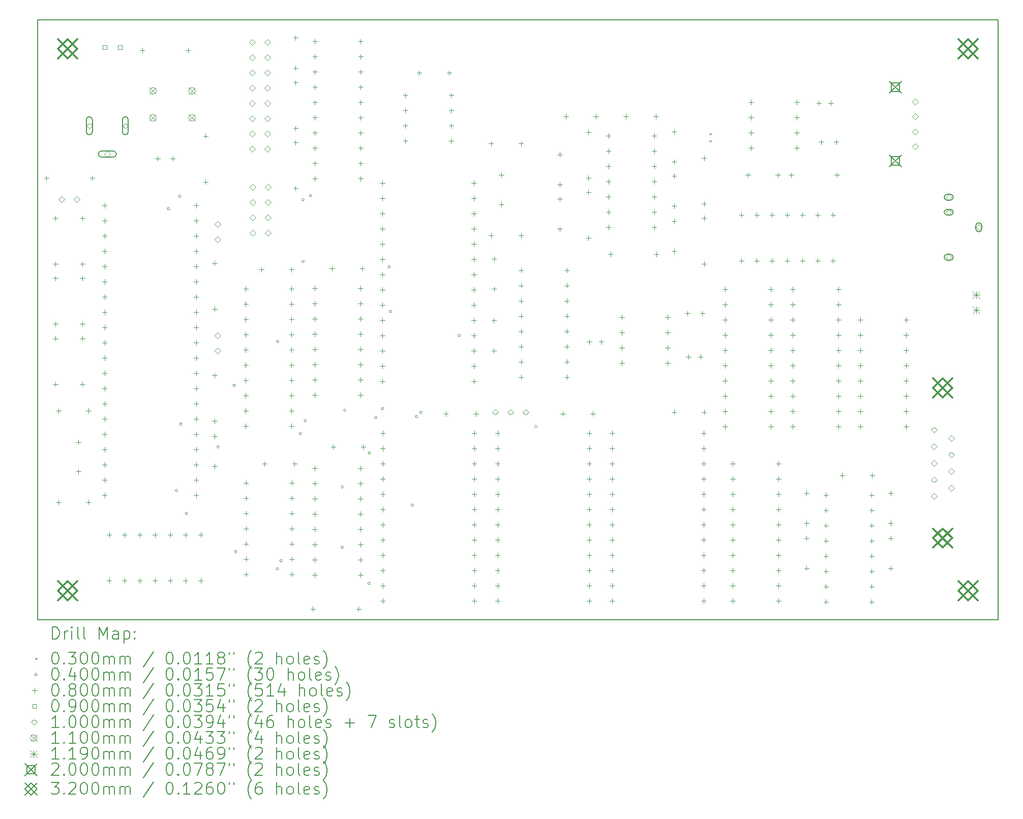
<source format=gbr>
%TF.GenerationSoftware,KiCad,Pcbnew,(6.0.11)*%
%TF.CreationDate,2024-04-02T11:50:44-04:00*%
%TF.ProjectId,DAISY256,44414953-5932-4353-962e-6b696361645f,rev?*%
%TF.SameCoordinates,Original*%
%TF.FileFunction,Drillmap*%
%TF.FilePolarity,Positive*%
%FSLAX45Y45*%
G04 Gerber Fmt 4.5, Leading zero omitted, Abs format (unit mm)*
G04 Created by KiCad (PCBNEW (6.0.11)) date 2024-04-02 11:50:44*
%MOMM*%
%LPD*%
G01*
G04 APERTURE LIST*
%ADD10C,0.150000*%
%ADD11C,0.200000*%
%ADD12C,0.030000*%
%ADD13C,0.040000*%
%ADD14C,0.080000*%
%ADD15C,0.090000*%
%ADD16C,0.100000*%
%ADD17C,0.110000*%
%ADD18C,0.119000*%
%ADD19C,0.320000*%
G04 APERTURE END LIST*
D10*
X4618000Y-15857000D02*
X7638000Y-15857000D01*
X17628000Y-15857000D02*
X20618000Y-15857000D01*
X4618000Y-5867000D02*
X7638000Y-5867000D01*
X17628000Y-5867000D02*
X7638000Y-5867000D01*
X20618000Y-5867000D02*
X20618000Y-15857000D01*
X17628000Y-5867000D02*
X20618000Y-5867000D01*
X7638000Y-15857000D02*
X17628000Y-15857000D01*
X4618000Y-5867000D02*
X4618000Y-15857000D01*
D11*
D12*
X15810000Y-7750000D02*
X15840000Y-7780000D01*
X15840000Y-7750000D02*
X15810000Y-7780000D01*
X15810000Y-7870000D02*
X15840000Y-7900000D01*
X15840000Y-7870000D02*
X15810000Y-7900000D01*
D13*
X6821310Y-9010420D02*
G75*
G03*
X6821310Y-9010420I-20000J0D01*
G01*
X6952600Y-13705260D02*
G75*
G03*
X6952600Y-13705260I-20000J0D01*
G01*
X7005740Y-8800660D02*
G75*
G03*
X7005740Y-8800660I-20000J0D01*
G01*
X7024640Y-12597950D02*
G75*
G03*
X7024640Y-12597950I-20000J0D01*
G01*
X7119710Y-14083220D02*
G75*
G03*
X7119710Y-14083220I-20000J0D01*
G01*
X7645360Y-12977310D02*
G75*
G03*
X7645360Y-12977310I-20000J0D01*
G01*
X7913690Y-11953560D02*
G75*
G03*
X7913690Y-11953560I-20000J0D01*
G01*
X7938720Y-14721070D02*
G75*
G03*
X7938720Y-14721070I-20000J0D01*
G01*
X8631480Y-15006880D02*
G75*
G03*
X8631480Y-15006880I-20000J0D01*
G01*
X8636530Y-11219520D02*
G75*
G03*
X8636530Y-11219520I-20000J0D01*
G01*
X8692360Y-14870050D02*
G75*
G03*
X8692360Y-14870050I-20000J0D01*
G01*
X9017660Y-12754730D02*
G75*
G03*
X9017660Y-12754730I-20000J0D01*
G01*
X9060270Y-8859800D02*
G75*
G03*
X9060270Y-8859800I-20000J0D01*
G01*
X9060520Y-9887790D02*
G75*
G03*
X9060520Y-9887790I-20000J0D01*
G01*
X9094610Y-12539870D02*
G75*
G03*
X9094610Y-12539870I-20000J0D01*
G01*
X9183600Y-8790720D02*
G75*
G03*
X9183600Y-8790720I-20000J0D01*
G01*
X9712960Y-14648070D02*
G75*
G03*
X9712960Y-14648070I-20000J0D01*
G01*
X9714840Y-13645620D02*
G75*
G03*
X9714840Y-13645620I-20000J0D01*
G01*
X9757060Y-12367580D02*
G75*
G03*
X9757060Y-12367580I-20000J0D01*
G01*
X10159930Y-15248700D02*
G75*
G03*
X10159930Y-15248700I-20000J0D01*
G01*
X10165410Y-13076110D02*
G75*
G03*
X10165410Y-13076110I-20000J0D01*
G01*
X10271640Y-12488740D02*
G75*
G03*
X10271640Y-12488740I-20000J0D01*
G01*
X10383200Y-12339550D02*
G75*
G03*
X10383200Y-12339550I-20000J0D01*
G01*
X10494750Y-9977500D02*
G75*
G03*
X10494750Y-9977500I-20000J0D01*
G01*
X10514310Y-10721120D02*
G75*
G03*
X10514310Y-10721120I-20000J0D01*
G01*
X10879630Y-13947070D02*
G75*
G03*
X10879630Y-13947070I-20000J0D01*
G01*
X10952440Y-12472710D02*
G75*
G03*
X10952440Y-12472710I-20000J0D01*
G01*
X11023190Y-12401980D02*
G75*
G03*
X11023190Y-12401980I-20000J0D01*
G01*
X11660810Y-11120500D02*
G75*
G03*
X11660810Y-11120500I-20000J0D01*
G01*
X12938820Y-12636960D02*
G75*
G03*
X12938820Y-12636960I-20000J0D01*
G01*
D14*
X4769000Y-8460000D02*
X4769000Y-8540000D01*
X4729000Y-8500000D02*
X4809000Y-8500000D01*
X4918000Y-9129000D02*
X4918000Y-9209000D01*
X4878000Y-9169000D02*
X4958000Y-9169000D01*
X4918000Y-9891000D02*
X4918000Y-9971000D01*
X4878000Y-9931000D02*
X4958000Y-9931000D01*
X4918000Y-10129000D02*
X4918000Y-10209000D01*
X4878000Y-10169000D02*
X4958000Y-10169000D01*
X4918000Y-10891000D02*
X4918000Y-10971000D01*
X4878000Y-10931000D02*
X4958000Y-10931000D01*
X4918000Y-11129000D02*
X4918000Y-11209000D01*
X4878000Y-11169000D02*
X4958000Y-11169000D01*
X4918000Y-11891000D02*
X4918000Y-11971000D01*
X4878000Y-11931000D02*
X4958000Y-11931000D01*
X4968000Y-12335000D02*
X4968000Y-12415000D01*
X4928000Y-12375000D02*
X5008000Y-12375000D01*
X4968000Y-13857000D02*
X4968000Y-13937000D01*
X4928000Y-13897000D02*
X5008000Y-13897000D01*
X5300000Y-12857000D02*
X5300000Y-12937000D01*
X5260000Y-12897000D02*
X5340000Y-12897000D01*
X5300000Y-13345000D02*
X5300000Y-13425000D01*
X5260000Y-13385000D02*
X5340000Y-13385000D01*
X5368000Y-9129000D02*
X5368000Y-9209000D01*
X5328000Y-9169000D02*
X5408000Y-9169000D01*
X5368000Y-9891000D02*
X5368000Y-9971000D01*
X5328000Y-9931000D02*
X5408000Y-9931000D01*
X5368000Y-10129000D02*
X5368000Y-10209000D01*
X5328000Y-10169000D02*
X5408000Y-10169000D01*
X5368000Y-10891000D02*
X5368000Y-10971000D01*
X5328000Y-10931000D02*
X5408000Y-10931000D01*
X5368000Y-11129000D02*
X5368000Y-11209000D01*
X5328000Y-11169000D02*
X5408000Y-11169000D01*
X5368000Y-11891000D02*
X5368000Y-11971000D01*
X5328000Y-11931000D02*
X5408000Y-11931000D01*
X5468000Y-12335000D02*
X5468000Y-12415000D01*
X5428000Y-12375000D02*
X5508000Y-12375000D01*
X5468000Y-13857000D02*
X5468000Y-13937000D01*
X5428000Y-13897000D02*
X5508000Y-13897000D01*
X5531000Y-8460000D02*
X5531000Y-8540000D01*
X5491000Y-8500000D02*
X5571000Y-8500000D01*
X5736100Y-8915000D02*
X5736100Y-8995000D01*
X5696100Y-8955000D02*
X5776100Y-8955000D01*
X5736100Y-9169000D02*
X5736100Y-9249000D01*
X5696100Y-9209000D02*
X5776100Y-9209000D01*
X5736100Y-9423000D02*
X5736100Y-9503000D01*
X5696100Y-9463000D02*
X5776100Y-9463000D01*
X5736100Y-9677000D02*
X5736100Y-9757000D01*
X5696100Y-9717000D02*
X5776100Y-9717000D01*
X5736100Y-9931000D02*
X5736100Y-10011000D01*
X5696100Y-9971000D02*
X5776100Y-9971000D01*
X5736100Y-10185000D02*
X5736100Y-10265000D01*
X5696100Y-10225000D02*
X5776100Y-10225000D01*
X5736100Y-10439000D02*
X5736100Y-10519000D01*
X5696100Y-10479000D02*
X5776100Y-10479000D01*
X5736100Y-10693000D02*
X5736100Y-10773000D01*
X5696100Y-10733000D02*
X5776100Y-10733000D01*
X5736100Y-10947000D02*
X5736100Y-11027000D01*
X5696100Y-10987000D02*
X5776100Y-10987000D01*
X5736100Y-11201000D02*
X5736100Y-11281000D01*
X5696100Y-11241000D02*
X5776100Y-11241000D01*
X5736100Y-11455000D02*
X5736100Y-11535000D01*
X5696100Y-11495000D02*
X5776100Y-11495000D01*
X5736100Y-11709000D02*
X5736100Y-11789000D01*
X5696100Y-11749000D02*
X5776100Y-11749000D01*
X5736100Y-11963000D02*
X5736100Y-12043000D01*
X5696100Y-12003000D02*
X5776100Y-12003000D01*
X5736100Y-12217000D02*
X5736100Y-12297000D01*
X5696100Y-12257000D02*
X5776100Y-12257000D01*
X5736100Y-12471000D02*
X5736100Y-12551000D01*
X5696100Y-12511000D02*
X5776100Y-12511000D01*
X5736100Y-12725000D02*
X5736100Y-12805000D01*
X5696100Y-12765000D02*
X5776100Y-12765000D01*
X5736100Y-12979000D02*
X5736100Y-13059000D01*
X5696100Y-13019000D02*
X5776100Y-13019000D01*
X5736100Y-13233000D02*
X5736100Y-13313000D01*
X5696100Y-13273000D02*
X5776100Y-13273000D01*
X5736100Y-13487000D02*
X5736100Y-13567000D01*
X5696100Y-13527000D02*
X5776100Y-13527000D01*
X5736100Y-13741000D02*
X5736100Y-13821000D01*
X5696100Y-13781000D02*
X5776100Y-13781000D01*
X5812500Y-14403000D02*
X5812500Y-14483000D01*
X5772500Y-14443000D02*
X5852500Y-14443000D01*
X5812500Y-15165000D02*
X5812500Y-15245000D01*
X5772500Y-15205000D02*
X5852500Y-15205000D01*
X6066500Y-14403000D02*
X6066500Y-14483000D01*
X6026500Y-14443000D02*
X6106500Y-14443000D01*
X6066500Y-15165000D02*
X6066500Y-15245000D01*
X6026500Y-15205000D02*
X6106500Y-15205000D01*
X6320500Y-14403000D02*
X6320500Y-14483000D01*
X6280500Y-14443000D02*
X6360500Y-14443000D01*
X6320500Y-15165000D02*
X6320500Y-15245000D01*
X6280500Y-15205000D02*
X6360500Y-15205000D01*
X6362000Y-6332000D02*
X6362000Y-6412000D01*
X6322000Y-6372000D02*
X6402000Y-6372000D01*
X6574500Y-14403000D02*
X6574500Y-14483000D01*
X6534500Y-14443000D02*
X6614500Y-14443000D01*
X6574500Y-15165000D02*
X6574500Y-15245000D01*
X6534500Y-15205000D02*
X6614500Y-15205000D01*
X6620050Y-8132000D02*
X6620050Y-8212000D01*
X6580050Y-8172000D02*
X6660050Y-8172000D01*
X6828500Y-14403000D02*
X6828500Y-14483000D01*
X6788500Y-14443000D02*
X6868500Y-14443000D01*
X6828500Y-15165000D02*
X6828500Y-15245000D01*
X6788500Y-15205000D02*
X6868500Y-15205000D01*
X6870050Y-8132000D02*
X6870050Y-8212000D01*
X6830050Y-8172000D02*
X6910050Y-8172000D01*
X7082500Y-14403000D02*
X7082500Y-14483000D01*
X7042500Y-14443000D02*
X7122500Y-14443000D01*
X7082500Y-15165000D02*
X7082500Y-15245000D01*
X7042500Y-15205000D02*
X7122500Y-15205000D01*
X7124000Y-6332000D02*
X7124000Y-6412000D01*
X7084000Y-6372000D02*
X7164000Y-6372000D01*
X7260100Y-8915000D02*
X7260100Y-8995000D01*
X7220100Y-8955000D02*
X7300100Y-8955000D01*
X7260100Y-9169000D02*
X7260100Y-9249000D01*
X7220100Y-9209000D02*
X7300100Y-9209000D01*
X7260100Y-9423000D02*
X7260100Y-9503000D01*
X7220100Y-9463000D02*
X7300100Y-9463000D01*
X7260100Y-9677000D02*
X7260100Y-9757000D01*
X7220100Y-9717000D02*
X7300100Y-9717000D01*
X7260100Y-9931000D02*
X7260100Y-10011000D01*
X7220100Y-9971000D02*
X7300100Y-9971000D01*
X7260100Y-10185000D02*
X7260100Y-10265000D01*
X7220100Y-10225000D02*
X7300100Y-10225000D01*
X7260100Y-10439000D02*
X7260100Y-10519000D01*
X7220100Y-10479000D02*
X7300100Y-10479000D01*
X7260100Y-10693000D02*
X7260100Y-10773000D01*
X7220100Y-10733000D02*
X7300100Y-10733000D01*
X7260100Y-10947000D02*
X7260100Y-11027000D01*
X7220100Y-10987000D02*
X7300100Y-10987000D01*
X7260100Y-11201000D02*
X7260100Y-11281000D01*
X7220100Y-11241000D02*
X7300100Y-11241000D01*
X7260100Y-11455000D02*
X7260100Y-11535000D01*
X7220100Y-11495000D02*
X7300100Y-11495000D01*
X7260100Y-11709000D02*
X7260100Y-11789000D01*
X7220100Y-11749000D02*
X7300100Y-11749000D01*
X7260100Y-11963000D02*
X7260100Y-12043000D01*
X7220100Y-12003000D02*
X7300100Y-12003000D01*
X7260100Y-12217000D02*
X7260100Y-12297000D01*
X7220100Y-12257000D02*
X7300100Y-12257000D01*
X7260100Y-12471000D02*
X7260100Y-12551000D01*
X7220100Y-12511000D02*
X7300100Y-12511000D01*
X7260100Y-12725000D02*
X7260100Y-12805000D01*
X7220100Y-12765000D02*
X7300100Y-12765000D01*
X7260100Y-12979000D02*
X7260100Y-13059000D01*
X7220100Y-13019000D02*
X7300100Y-13019000D01*
X7260100Y-13233000D02*
X7260100Y-13313000D01*
X7220100Y-13273000D02*
X7300100Y-13273000D01*
X7260100Y-13487000D02*
X7260100Y-13567000D01*
X7220100Y-13527000D02*
X7300100Y-13527000D01*
X7260100Y-13741000D02*
X7260100Y-13821000D01*
X7220100Y-13781000D02*
X7300100Y-13781000D01*
X7336500Y-14403000D02*
X7336500Y-14483000D01*
X7296500Y-14443000D02*
X7376500Y-14443000D01*
X7336500Y-15165000D02*
X7336500Y-15245000D01*
X7296500Y-15205000D02*
X7376500Y-15205000D01*
X7418000Y-7759300D02*
X7418000Y-7839300D01*
X7378000Y-7799300D02*
X7458000Y-7799300D01*
X7418000Y-8521300D02*
X7418000Y-8601300D01*
X7378000Y-8561300D02*
X7458000Y-8561300D01*
X7568000Y-9876000D02*
X7568000Y-9956000D01*
X7528000Y-9916000D02*
X7608000Y-9916000D01*
X7568000Y-10638000D02*
X7568000Y-10718000D01*
X7528000Y-10678000D02*
X7608000Y-10678000D01*
X7568000Y-11745000D02*
X7568000Y-11825000D01*
X7528000Y-11785000D02*
X7608000Y-11785000D01*
X7568000Y-12507000D02*
X7568000Y-12587000D01*
X7528000Y-12547000D02*
X7608000Y-12547000D01*
X7568000Y-12757000D02*
X7568000Y-12837000D01*
X7528000Y-12797000D02*
X7608000Y-12797000D01*
X7568000Y-13257000D02*
X7568000Y-13337000D01*
X7528000Y-13297000D02*
X7608000Y-13297000D01*
X8088000Y-10302000D02*
X8088000Y-10382000D01*
X8048000Y-10342000D02*
X8128000Y-10342000D01*
X8088000Y-10556000D02*
X8088000Y-10636000D01*
X8048000Y-10596000D02*
X8128000Y-10596000D01*
X8088000Y-10810000D02*
X8088000Y-10890000D01*
X8048000Y-10850000D02*
X8128000Y-10850000D01*
X8088000Y-11064000D02*
X8088000Y-11144000D01*
X8048000Y-11104000D02*
X8128000Y-11104000D01*
X8088000Y-11318000D02*
X8088000Y-11398000D01*
X8048000Y-11358000D02*
X8128000Y-11358000D01*
X8088000Y-11572000D02*
X8088000Y-11652000D01*
X8048000Y-11612000D02*
X8128000Y-11612000D01*
X8088000Y-11826000D02*
X8088000Y-11906000D01*
X8048000Y-11866000D02*
X8128000Y-11866000D01*
X8088000Y-12080000D02*
X8088000Y-12160000D01*
X8048000Y-12120000D02*
X8128000Y-12120000D01*
X8088000Y-12334000D02*
X8088000Y-12414000D01*
X8048000Y-12374000D02*
X8128000Y-12374000D01*
X8088000Y-12588000D02*
X8088000Y-12668000D01*
X8048000Y-12628000D02*
X8128000Y-12628000D01*
X8090500Y-13535000D02*
X8090500Y-13615000D01*
X8050500Y-13575000D02*
X8130500Y-13575000D01*
X8090500Y-13789000D02*
X8090500Y-13869000D01*
X8050500Y-13829000D02*
X8130500Y-13829000D01*
X8090500Y-14043000D02*
X8090500Y-14123000D01*
X8050500Y-14083000D02*
X8130500Y-14083000D01*
X8090500Y-14297000D02*
X8090500Y-14377000D01*
X8050500Y-14337000D02*
X8130500Y-14337000D01*
X8090500Y-14551000D02*
X8090500Y-14631000D01*
X8050500Y-14591000D02*
X8130500Y-14591000D01*
X8090500Y-14805000D02*
X8090500Y-14885000D01*
X8050500Y-14845000D02*
X8130500Y-14845000D01*
X8090500Y-15059000D02*
X8090500Y-15139000D01*
X8050500Y-15099000D02*
X8130500Y-15099000D01*
X8350000Y-9985000D02*
X8350000Y-10065000D01*
X8310000Y-10025000D02*
X8390000Y-10025000D01*
X8400000Y-13218000D02*
X8400000Y-13298000D01*
X8360000Y-13258000D02*
X8440000Y-13258000D01*
X8850000Y-9985000D02*
X8850000Y-10065000D01*
X8810000Y-10025000D02*
X8890000Y-10025000D01*
X8850000Y-10302000D02*
X8850000Y-10382000D01*
X8810000Y-10342000D02*
X8890000Y-10342000D01*
X8850000Y-10556000D02*
X8850000Y-10636000D01*
X8810000Y-10596000D02*
X8890000Y-10596000D01*
X8850000Y-10810000D02*
X8850000Y-10890000D01*
X8810000Y-10850000D02*
X8890000Y-10850000D01*
X8850000Y-11064000D02*
X8850000Y-11144000D01*
X8810000Y-11104000D02*
X8890000Y-11104000D01*
X8850000Y-11318000D02*
X8850000Y-11398000D01*
X8810000Y-11358000D02*
X8890000Y-11358000D01*
X8850000Y-11572000D02*
X8850000Y-11652000D01*
X8810000Y-11612000D02*
X8890000Y-11612000D01*
X8850000Y-11826000D02*
X8850000Y-11906000D01*
X8810000Y-11866000D02*
X8890000Y-11866000D01*
X8850000Y-12080000D02*
X8850000Y-12160000D01*
X8810000Y-12120000D02*
X8890000Y-12120000D01*
X8850000Y-12334000D02*
X8850000Y-12414000D01*
X8810000Y-12374000D02*
X8890000Y-12374000D01*
X8850000Y-12588000D02*
X8850000Y-12668000D01*
X8810000Y-12628000D02*
X8890000Y-12628000D01*
X8852500Y-13535000D02*
X8852500Y-13615000D01*
X8812500Y-13575000D02*
X8892500Y-13575000D01*
X8852500Y-13789000D02*
X8852500Y-13869000D01*
X8812500Y-13829000D02*
X8892500Y-13829000D01*
X8852500Y-14043000D02*
X8852500Y-14123000D01*
X8812500Y-14083000D02*
X8892500Y-14083000D01*
X8852500Y-14297000D02*
X8852500Y-14377000D01*
X8812500Y-14337000D02*
X8892500Y-14337000D01*
X8852500Y-14551000D02*
X8852500Y-14631000D01*
X8812500Y-14591000D02*
X8892500Y-14591000D01*
X8852500Y-14805000D02*
X8852500Y-14885000D01*
X8812500Y-14845000D02*
X8892500Y-14845000D01*
X8852500Y-15059000D02*
X8852500Y-15139000D01*
X8812500Y-15099000D02*
X8892500Y-15099000D01*
X8900000Y-13218000D02*
X8900000Y-13298000D01*
X8860000Y-13258000D02*
X8940000Y-13258000D01*
X8918000Y-6124500D02*
X8918000Y-6204500D01*
X8878000Y-6164500D02*
X8958000Y-6164500D01*
X8918000Y-6624500D02*
X8918000Y-6704500D01*
X8878000Y-6664500D02*
X8958000Y-6664500D01*
X8918000Y-6868500D02*
X8918000Y-6948500D01*
X8878000Y-6908500D02*
X8958000Y-6908500D01*
X8918000Y-7630500D02*
X8918000Y-7710500D01*
X8878000Y-7670500D02*
X8958000Y-7670500D01*
X8918000Y-7868500D02*
X8918000Y-7948500D01*
X8878000Y-7908500D02*
X8958000Y-7908500D01*
X8918000Y-8630500D02*
X8918000Y-8710500D01*
X8878000Y-8670500D02*
X8958000Y-8670500D01*
X9206000Y-15635000D02*
X9206000Y-15715000D01*
X9166000Y-15675000D02*
X9246000Y-15675000D01*
X9235500Y-10295000D02*
X9235500Y-10375000D01*
X9195500Y-10335000D02*
X9275500Y-10335000D01*
X9235500Y-10549000D02*
X9235500Y-10629000D01*
X9195500Y-10589000D02*
X9275500Y-10589000D01*
X9235500Y-10803000D02*
X9235500Y-10883000D01*
X9195500Y-10843000D02*
X9275500Y-10843000D01*
X9235500Y-11057000D02*
X9235500Y-11137000D01*
X9195500Y-11097000D02*
X9275500Y-11097000D01*
X9235500Y-11311000D02*
X9235500Y-11391000D01*
X9195500Y-11351000D02*
X9275500Y-11351000D01*
X9235500Y-11565000D02*
X9235500Y-11645000D01*
X9195500Y-11605000D02*
X9275500Y-11605000D01*
X9235500Y-11819000D02*
X9235500Y-11899000D01*
X9195500Y-11859000D02*
X9275500Y-11859000D01*
X9235500Y-12073000D02*
X9235500Y-12153000D01*
X9195500Y-12113000D02*
X9275500Y-12113000D01*
X9235500Y-13290100D02*
X9235500Y-13370100D01*
X9195500Y-13330100D02*
X9275500Y-13330100D01*
X9235500Y-13544100D02*
X9235500Y-13624100D01*
X9195500Y-13584100D02*
X9275500Y-13584100D01*
X9235500Y-13798100D02*
X9235500Y-13878100D01*
X9195500Y-13838100D02*
X9275500Y-13838100D01*
X9235500Y-14052100D02*
X9235500Y-14132100D01*
X9195500Y-14092100D02*
X9275500Y-14092100D01*
X9235500Y-14306100D02*
X9235500Y-14386100D01*
X9195500Y-14346100D02*
X9275500Y-14346100D01*
X9235500Y-14560100D02*
X9235500Y-14640100D01*
X9195500Y-14600100D02*
X9275500Y-14600100D01*
X9235500Y-14814100D02*
X9235500Y-14894100D01*
X9195500Y-14854100D02*
X9275500Y-14854100D01*
X9235500Y-15068100D02*
X9235500Y-15148100D01*
X9195500Y-15108100D02*
X9275500Y-15108100D01*
X9238000Y-6182000D02*
X9238000Y-6262000D01*
X9198000Y-6222000D02*
X9278000Y-6222000D01*
X9238000Y-6436000D02*
X9238000Y-6516000D01*
X9198000Y-6476000D02*
X9278000Y-6476000D01*
X9238000Y-6690000D02*
X9238000Y-6770000D01*
X9198000Y-6730000D02*
X9278000Y-6730000D01*
X9238000Y-6944000D02*
X9238000Y-7024000D01*
X9198000Y-6984000D02*
X9278000Y-6984000D01*
X9238000Y-7198000D02*
X9238000Y-7278000D01*
X9198000Y-7238000D02*
X9278000Y-7238000D01*
X9238000Y-7452000D02*
X9238000Y-7532000D01*
X9198000Y-7492000D02*
X9278000Y-7492000D01*
X9238000Y-7706000D02*
X9238000Y-7786000D01*
X9198000Y-7746000D02*
X9278000Y-7746000D01*
X9238000Y-7960000D02*
X9238000Y-8040000D01*
X9198000Y-8000000D02*
X9278000Y-8000000D01*
X9238000Y-8214000D02*
X9238000Y-8294000D01*
X9198000Y-8254000D02*
X9278000Y-8254000D01*
X9238000Y-8468000D02*
X9238000Y-8548000D01*
X9198000Y-8508000D02*
X9278000Y-8508000D01*
X9525000Y-9968000D02*
X9525000Y-10048000D01*
X9485000Y-10008000D02*
X9565000Y-10008000D01*
X9543000Y-12935000D02*
X9543000Y-13015000D01*
X9503000Y-12975000D02*
X9583000Y-12975000D01*
X9968000Y-15635000D02*
X9968000Y-15715000D01*
X9928000Y-15675000D02*
X10008000Y-15675000D01*
X9997500Y-10295000D02*
X9997500Y-10375000D01*
X9957500Y-10335000D02*
X10037500Y-10335000D01*
X9997500Y-10549000D02*
X9997500Y-10629000D01*
X9957500Y-10589000D02*
X10037500Y-10589000D01*
X9997500Y-10803000D02*
X9997500Y-10883000D01*
X9957500Y-10843000D02*
X10037500Y-10843000D01*
X9997500Y-11057000D02*
X9997500Y-11137000D01*
X9957500Y-11097000D02*
X10037500Y-11097000D01*
X9997500Y-11311000D02*
X9997500Y-11391000D01*
X9957500Y-11351000D02*
X10037500Y-11351000D01*
X9997500Y-11565000D02*
X9997500Y-11645000D01*
X9957500Y-11605000D02*
X10037500Y-11605000D01*
X9997500Y-11819000D02*
X9997500Y-11899000D01*
X9957500Y-11859000D02*
X10037500Y-11859000D01*
X9997500Y-12073000D02*
X9997500Y-12153000D01*
X9957500Y-12113000D02*
X10037500Y-12113000D01*
X9997500Y-13290100D02*
X9997500Y-13370100D01*
X9957500Y-13330100D02*
X10037500Y-13330100D01*
X9997500Y-13544100D02*
X9997500Y-13624100D01*
X9957500Y-13584100D02*
X10037500Y-13584100D01*
X9997500Y-13798100D02*
X9997500Y-13878100D01*
X9957500Y-13838100D02*
X10037500Y-13838100D01*
X9997500Y-14052100D02*
X9997500Y-14132100D01*
X9957500Y-14092100D02*
X10037500Y-14092100D01*
X9997500Y-14306100D02*
X9997500Y-14386100D01*
X9957500Y-14346100D02*
X10037500Y-14346100D01*
X9997500Y-14560100D02*
X9997500Y-14640100D01*
X9957500Y-14600100D02*
X10037500Y-14600100D01*
X9997500Y-14814100D02*
X9997500Y-14894100D01*
X9957500Y-14854100D02*
X10037500Y-14854100D01*
X9997500Y-15068100D02*
X9997500Y-15148100D01*
X9957500Y-15108100D02*
X10037500Y-15108100D01*
X10000000Y-6182000D02*
X10000000Y-6262000D01*
X9960000Y-6222000D02*
X10040000Y-6222000D01*
X10000000Y-6436000D02*
X10000000Y-6516000D01*
X9960000Y-6476000D02*
X10040000Y-6476000D01*
X10000000Y-6690000D02*
X10000000Y-6770000D01*
X9960000Y-6730000D02*
X10040000Y-6730000D01*
X10000000Y-6944000D02*
X10000000Y-7024000D01*
X9960000Y-6984000D02*
X10040000Y-6984000D01*
X10000000Y-7198000D02*
X10000000Y-7278000D01*
X9960000Y-7238000D02*
X10040000Y-7238000D01*
X10000000Y-7452000D02*
X10000000Y-7532000D01*
X9960000Y-7492000D02*
X10040000Y-7492000D01*
X10000000Y-7706000D02*
X10000000Y-7786000D01*
X9960000Y-7746000D02*
X10040000Y-7746000D01*
X10000000Y-7960000D02*
X10000000Y-8040000D01*
X9960000Y-8000000D02*
X10040000Y-8000000D01*
X10000000Y-8214000D02*
X10000000Y-8294000D01*
X9960000Y-8254000D02*
X10040000Y-8254000D01*
X10000000Y-8468000D02*
X10000000Y-8548000D01*
X9960000Y-8508000D02*
X10040000Y-8508000D01*
X10025000Y-9968000D02*
X10025000Y-10048000D01*
X9985000Y-10008000D02*
X10065000Y-10008000D01*
X10043000Y-12935000D02*
X10043000Y-13015000D01*
X10003000Y-12975000D02*
X10083000Y-12975000D01*
X10363200Y-8540500D02*
X10363200Y-8620500D01*
X10323200Y-8580500D02*
X10403200Y-8580500D01*
X10363200Y-8794500D02*
X10363200Y-8874500D01*
X10323200Y-8834500D02*
X10403200Y-8834500D01*
X10363200Y-9048500D02*
X10363200Y-9128500D01*
X10323200Y-9088500D02*
X10403200Y-9088500D01*
X10363200Y-9302500D02*
X10363200Y-9382500D01*
X10323200Y-9342500D02*
X10403200Y-9342500D01*
X10363200Y-9556500D02*
X10363200Y-9636500D01*
X10323200Y-9596500D02*
X10403200Y-9596500D01*
X10363200Y-9810500D02*
X10363200Y-9890500D01*
X10323200Y-9850500D02*
X10403200Y-9850500D01*
X10363200Y-10064500D02*
X10363200Y-10144500D01*
X10323200Y-10104500D02*
X10403200Y-10104500D01*
X10363200Y-10318500D02*
X10363200Y-10398500D01*
X10323200Y-10358500D02*
X10403200Y-10358500D01*
X10363200Y-10572500D02*
X10363200Y-10652500D01*
X10323200Y-10612500D02*
X10403200Y-10612500D01*
X10363200Y-10826500D02*
X10363200Y-10906500D01*
X10323200Y-10866500D02*
X10403200Y-10866500D01*
X10363200Y-11080500D02*
X10363200Y-11160500D01*
X10323200Y-11120500D02*
X10403200Y-11120500D01*
X10363200Y-11334500D02*
X10363200Y-11414500D01*
X10323200Y-11374500D02*
X10403200Y-11374500D01*
X10363200Y-11588500D02*
X10363200Y-11668500D01*
X10323200Y-11628500D02*
X10403200Y-11628500D01*
X10363200Y-11842500D02*
X10363200Y-11922500D01*
X10323200Y-11882500D02*
X10403200Y-11882500D01*
X10368000Y-12709500D02*
X10368000Y-12789500D01*
X10328000Y-12749500D02*
X10408000Y-12749500D01*
X10368000Y-12963500D02*
X10368000Y-13043500D01*
X10328000Y-13003500D02*
X10408000Y-13003500D01*
X10368000Y-13217500D02*
X10368000Y-13297500D01*
X10328000Y-13257500D02*
X10408000Y-13257500D01*
X10368000Y-13471500D02*
X10368000Y-13551500D01*
X10328000Y-13511500D02*
X10408000Y-13511500D01*
X10368000Y-13725500D02*
X10368000Y-13805500D01*
X10328000Y-13765500D02*
X10408000Y-13765500D01*
X10368000Y-13979500D02*
X10368000Y-14059500D01*
X10328000Y-14019500D02*
X10408000Y-14019500D01*
X10368000Y-14233500D02*
X10368000Y-14313500D01*
X10328000Y-14273500D02*
X10408000Y-14273500D01*
X10368000Y-14487500D02*
X10368000Y-14567500D01*
X10328000Y-14527500D02*
X10408000Y-14527500D01*
X10368000Y-14741500D02*
X10368000Y-14821500D01*
X10328000Y-14781500D02*
X10408000Y-14781500D01*
X10368000Y-14995500D02*
X10368000Y-15075500D01*
X10328000Y-15035500D02*
X10408000Y-15035500D01*
X10368000Y-15249500D02*
X10368000Y-15329500D01*
X10328000Y-15289500D02*
X10408000Y-15289500D01*
X10368000Y-15503500D02*
X10368000Y-15583500D01*
X10328000Y-15543500D02*
X10408000Y-15543500D01*
X10745000Y-7080000D02*
X10745000Y-7160000D01*
X10705000Y-7120000D02*
X10785000Y-7120000D01*
X10745000Y-7334000D02*
X10745000Y-7414000D01*
X10705000Y-7374000D02*
X10785000Y-7374000D01*
X10745000Y-7588000D02*
X10745000Y-7668000D01*
X10705000Y-7628000D02*
X10785000Y-7628000D01*
X10745000Y-7842000D02*
X10745000Y-7922000D01*
X10705000Y-7882000D02*
X10785000Y-7882000D01*
X10975000Y-6707000D02*
X10975000Y-6787000D01*
X10935000Y-6747000D02*
X11015000Y-6747000D01*
X11418000Y-12385000D02*
X11418000Y-12465000D01*
X11378000Y-12425000D02*
X11458000Y-12425000D01*
X11475000Y-6707000D02*
X11475000Y-6787000D01*
X11435000Y-6747000D02*
X11515000Y-6747000D01*
X11507000Y-7080000D02*
X11507000Y-7160000D01*
X11467000Y-7120000D02*
X11547000Y-7120000D01*
X11507000Y-7334000D02*
X11507000Y-7414000D01*
X11467000Y-7374000D02*
X11547000Y-7374000D01*
X11507000Y-7588000D02*
X11507000Y-7668000D01*
X11467000Y-7628000D02*
X11547000Y-7628000D01*
X11507000Y-7842000D02*
X11507000Y-7922000D01*
X11467000Y-7882000D02*
X11547000Y-7882000D01*
X11887200Y-8540500D02*
X11887200Y-8620500D01*
X11847200Y-8580500D02*
X11927200Y-8580500D01*
X11887200Y-8794500D02*
X11887200Y-8874500D01*
X11847200Y-8834500D02*
X11927200Y-8834500D01*
X11887200Y-9048500D02*
X11887200Y-9128500D01*
X11847200Y-9088500D02*
X11927200Y-9088500D01*
X11887200Y-9302500D02*
X11887200Y-9382500D01*
X11847200Y-9342500D02*
X11927200Y-9342500D01*
X11887200Y-9556500D02*
X11887200Y-9636500D01*
X11847200Y-9596500D02*
X11927200Y-9596500D01*
X11887200Y-9810500D02*
X11887200Y-9890500D01*
X11847200Y-9850500D02*
X11927200Y-9850500D01*
X11887200Y-10064500D02*
X11887200Y-10144500D01*
X11847200Y-10104500D02*
X11927200Y-10104500D01*
X11887200Y-10318500D02*
X11887200Y-10398500D01*
X11847200Y-10358500D02*
X11927200Y-10358500D01*
X11887200Y-10572500D02*
X11887200Y-10652500D01*
X11847200Y-10612500D02*
X11927200Y-10612500D01*
X11887200Y-10826500D02*
X11887200Y-10906500D01*
X11847200Y-10866500D02*
X11927200Y-10866500D01*
X11887200Y-11080500D02*
X11887200Y-11160500D01*
X11847200Y-11120500D02*
X11927200Y-11120500D01*
X11887200Y-11334500D02*
X11887200Y-11414500D01*
X11847200Y-11374500D02*
X11927200Y-11374500D01*
X11887200Y-11588500D02*
X11887200Y-11668500D01*
X11847200Y-11628500D02*
X11927200Y-11628500D01*
X11887200Y-11842500D02*
X11887200Y-11922500D01*
X11847200Y-11882500D02*
X11927200Y-11882500D01*
X11892000Y-12709500D02*
X11892000Y-12789500D01*
X11852000Y-12749500D02*
X11932000Y-12749500D01*
X11892000Y-12963500D02*
X11892000Y-13043500D01*
X11852000Y-13003500D02*
X11932000Y-13003500D01*
X11892000Y-13217500D02*
X11892000Y-13297500D01*
X11852000Y-13257500D02*
X11932000Y-13257500D01*
X11892000Y-13471500D02*
X11892000Y-13551500D01*
X11852000Y-13511500D02*
X11932000Y-13511500D01*
X11892000Y-13725500D02*
X11892000Y-13805500D01*
X11852000Y-13765500D02*
X11932000Y-13765500D01*
X11892000Y-13979500D02*
X11892000Y-14059500D01*
X11852000Y-14019500D02*
X11932000Y-14019500D01*
X11892000Y-14233500D02*
X11892000Y-14313500D01*
X11852000Y-14273500D02*
X11932000Y-14273500D01*
X11892000Y-14487500D02*
X11892000Y-14567500D01*
X11852000Y-14527500D02*
X11932000Y-14527500D01*
X11892000Y-14741500D02*
X11892000Y-14821500D01*
X11852000Y-14781500D02*
X11932000Y-14781500D01*
X11892000Y-14995500D02*
X11892000Y-15075500D01*
X11852000Y-15035500D02*
X11932000Y-15035500D01*
X11892000Y-15249500D02*
X11892000Y-15329500D01*
X11852000Y-15289500D02*
X11932000Y-15289500D01*
X11892000Y-15503500D02*
X11892000Y-15583500D01*
X11852000Y-15543500D02*
X11932000Y-15543500D01*
X11918000Y-12385000D02*
X11918000Y-12465000D01*
X11878000Y-12425000D02*
X11958000Y-12425000D01*
X12170500Y-7885000D02*
X12170500Y-7965000D01*
X12130500Y-7925000D02*
X12210500Y-7925000D01*
X12170500Y-9414500D02*
X12170500Y-9494500D01*
X12130500Y-9454500D02*
X12210500Y-9454500D01*
X12218000Y-10832000D02*
X12218000Y-10912000D01*
X12178000Y-10872000D02*
X12258000Y-10872000D01*
X12218000Y-11332000D02*
X12218000Y-11412000D01*
X12178000Y-11372000D02*
X12258000Y-11372000D01*
X12220500Y-9807000D02*
X12220500Y-9887000D01*
X12180500Y-9847000D02*
X12260500Y-9847000D01*
X12220500Y-10307000D02*
X12220500Y-10387000D01*
X12180500Y-10347000D02*
X12260500Y-10347000D01*
X12280600Y-12709500D02*
X12280600Y-12789500D01*
X12240600Y-12749500D02*
X12320600Y-12749500D01*
X12280600Y-12963500D02*
X12280600Y-13043500D01*
X12240600Y-13003500D02*
X12320600Y-13003500D01*
X12280600Y-13217500D02*
X12280600Y-13297500D01*
X12240600Y-13257500D02*
X12320600Y-13257500D01*
X12280600Y-13471500D02*
X12280600Y-13551500D01*
X12240600Y-13511500D02*
X12320600Y-13511500D01*
X12280600Y-13725500D02*
X12280600Y-13805500D01*
X12240600Y-13765500D02*
X12320600Y-13765500D01*
X12280600Y-13979500D02*
X12280600Y-14059500D01*
X12240600Y-14019500D02*
X12320600Y-14019500D01*
X12280600Y-14233500D02*
X12280600Y-14313500D01*
X12240600Y-14273500D02*
X12320600Y-14273500D01*
X12280600Y-14487500D02*
X12280600Y-14567500D01*
X12240600Y-14527500D02*
X12320600Y-14527500D01*
X12280600Y-14741500D02*
X12280600Y-14821500D01*
X12240600Y-14781500D02*
X12320600Y-14781500D01*
X12280600Y-14995500D02*
X12280600Y-15075500D01*
X12240600Y-15035500D02*
X12320600Y-15035500D01*
X12280600Y-15249500D02*
X12280600Y-15329500D01*
X12240600Y-15289500D02*
X12320600Y-15289500D01*
X12280600Y-15503500D02*
X12280600Y-15583500D01*
X12240600Y-15543500D02*
X12320600Y-15543500D01*
X12344400Y-8408100D02*
X12344400Y-8488100D01*
X12304400Y-8448100D02*
X12384400Y-8448100D01*
X12344400Y-8896100D02*
X12344400Y-8976100D01*
X12304400Y-8936100D02*
X12384400Y-8936100D01*
X12670000Y-9995000D02*
X12670000Y-10075000D01*
X12630000Y-10035000D02*
X12710000Y-10035000D01*
X12670000Y-10249000D02*
X12670000Y-10329000D01*
X12630000Y-10289000D02*
X12710000Y-10289000D01*
X12670000Y-10503000D02*
X12670000Y-10583000D01*
X12630000Y-10543000D02*
X12710000Y-10543000D01*
X12670000Y-10757000D02*
X12670000Y-10837000D01*
X12630000Y-10797000D02*
X12710000Y-10797000D01*
X12670000Y-11011000D02*
X12670000Y-11091000D01*
X12630000Y-11051000D02*
X12710000Y-11051000D01*
X12670000Y-11265000D02*
X12670000Y-11345000D01*
X12630000Y-11305000D02*
X12710000Y-11305000D01*
X12670000Y-11519000D02*
X12670000Y-11599000D01*
X12630000Y-11559000D02*
X12710000Y-11559000D01*
X12670000Y-11773000D02*
X12670000Y-11853000D01*
X12630000Y-11813000D02*
X12710000Y-11813000D01*
X12670500Y-7885000D02*
X12670500Y-7965000D01*
X12630500Y-7925000D02*
X12710500Y-7925000D01*
X12670500Y-9414500D02*
X12670500Y-9494500D01*
X12630500Y-9454500D02*
X12710500Y-9454500D01*
X13318000Y-8068200D02*
X13318000Y-8148200D01*
X13278000Y-8108200D02*
X13358000Y-8108200D01*
X13318000Y-8568200D02*
X13318000Y-8648200D01*
X13278000Y-8608200D02*
X13358000Y-8608200D01*
X13318000Y-8807000D02*
X13318000Y-8887000D01*
X13278000Y-8847000D02*
X13358000Y-8847000D01*
X13318000Y-9307000D02*
X13318000Y-9387000D01*
X13278000Y-9347000D02*
X13358000Y-9347000D01*
X13368000Y-12382000D02*
X13368000Y-12462000D01*
X13328000Y-12422000D02*
X13408000Y-12422000D01*
X13418000Y-7432000D02*
X13418000Y-7512000D01*
X13378000Y-7472000D02*
X13458000Y-7472000D01*
X13432000Y-9995000D02*
X13432000Y-10075000D01*
X13392000Y-10035000D02*
X13472000Y-10035000D01*
X13432000Y-10249000D02*
X13432000Y-10329000D01*
X13392000Y-10289000D02*
X13472000Y-10289000D01*
X13432000Y-10503000D02*
X13432000Y-10583000D01*
X13392000Y-10543000D02*
X13472000Y-10543000D01*
X13432000Y-10757000D02*
X13432000Y-10837000D01*
X13392000Y-10797000D02*
X13472000Y-10797000D01*
X13432000Y-11011000D02*
X13432000Y-11091000D01*
X13392000Y-11051000D02*
X13472000Y-11051000D01*
X13432000Y-11265000D02*
X13432000Y-11345000D01*
X13392000Y-11305000D02*
X13472000Y-11305000D01*
X13432000Y-11519000D02*
X13432000Y-11599000D01*
X13392000Y-11559000D02*
X13472000Y-11559000D01*
X13432000Y-11773000D02*
X13432000Y-11853000D01*
X13392000Y-11813000D02*
X13472000Y-11813000D01*
X13793900Y-7695000D02*
X13793900Y-7775000D01*
X13753900Y-7735000D02*
X13833900Y-7735000D01*
X13793900Y-8457000D02*
X13793900Y-8537000D01*
X13753900Y-8497000D02*
X13833900Y-8497000D01*
X13793900Y-8695000D02*
X13793900Y-8775000D01*
X13753900Y-8735000D02*
X13833900Y-8735000D01*
X13793900Y-9457000D02*
X13793900Y-9537000D01*
X13753900Y-9497000D02*
X13833900Y-9497000D01*
X13804600Y-12709500D02*
X13804600Y-12789500D01*
X13764600Y-12749500D02*
X13844600Y-12749500D01*
X13804600Y-12963500D02*
X13804600Y-13043500D01*
X13764600Y-13003500D02*
X13844600Y-13003500D01*
X13804600Y-13217500D02*
X13804600Y-13297500D01*
X13764600Y-13257500D02*
X13844600Y-13257500D01*
X13804600Y-13471500D02*
X13804600Y-13551500D01*
X13764600Y-13511500D02*
X13844600Y-13511500D01*
X13804600Y-13725500D02*
X13804600Y-13805500D01*
X13764600Y-13765500D02*
X13844600Y-13765500D01*
X13804600Y-13979500D02*
X13804600Y-14059500D01*
X13764600Y-14019500D02*
X13844600Y-14019500D01*
X13804600Y-14233500D02*
X13804600Y-14313500D01*
X13764600Y-14273500D02*
X13844600Y-14273500D01*
X13804600Y-14487500D02*
X13804600Y-14567500D01*
X13764600Y-14527500D02*
X13844600Y-14527500D01*
X13804600Y-14741500D02*
X13804600Y-14821500D01*
X13764600Y-14781500D02*
X13844600Y-14781500D01*
X13804600Y-14995500D02*
X13804600Y-15075500D01*
X13764600Y-15035500D02*
X13844600Y-15035500D01*
X13804600Y-15249500D02*
X13804600Y-15329500D01*
X13764600Y-15289500D02*
X13844600Y-15289500D01*
X13804600Y-15503500D02*
X13804600Y-15583500D01*
X13764600Y-15543500D02*
X13844600Y-15543500D01*
X13806420Y-11186930D02*
X13806420Y-11266930D01*
X13766420Y-11226930D02*
X13846420Y-11226930D01*
X13868000Y-12382000D02*
X13868000Y-12462000D01*
X13828000Y-12422000D02*
X13908000Y-12422000D01*
X13918000Y-7432000D02*
X13918000Y-7512000D01*
X13878000Y-7472000D02*
X13958000Y-7472000D01*
X14006420Y-11186930D02*
X14006420Y-11266930D01*
X13966420Y-11226930D02*
X14046420Y-11226930D01*
X14125800Y-7756000D02*
X14125800Y-7836000D01*
X14085800Y-7796000D02*
X14165800Y-7796000D01*
X14125800Y-8010000D02*
X14125800Y-8090000D01*
X14085800Y-8050000D02*
X14165800Y-8050000D01*
X14125800Y-8264000D02*
X14125800Y-8344000D01*
X14085800Y-8304000D02*
X14165800Y-8304000D01*
X14125800Y-8518000D02*
X14125800Y-8598000D01*
X14085800Y-8558000D02*
X14165800Y-8558000D01*
X14125800Y-8772000D02*
X14125800Y-8852000D01*
X14085800Y-8812000D02*
X14165800Y-8812000D01*
X14125800Y-9026000D02*
X14125800Y-9106000D01*
X14085800Y-9066000D02*
X14165800Y-9066000D01*
X14125800Y-9280000D02*
X14125800Y-9360000D01*
X14085800Y-9320000D02*
X14165800Y-9320000D01*
X14162900Y-9726000D02*
X14162900Y-9806000D01*
X14122900Y-9766000D02*
X14202900Y-9766000D01*
X14185600Y-12709500D02*
X14185600Y-12789500D01*
X14145600Y-12749500D02*
X14225600Y-12749500D01*
X14185600Y-12963500D02*
X14185600Y-13043500D01*
X14145600Y-13003500D02*
X14225600Y-13003500D01*
X14185600Y-13217500D02*
X14185600Y-13297500D01*
X14145600Y-13257500D02*
X14225600Y-13257500D01*
X14185600Y-13471500D02*
X14185600Y-13551500D01*
X14145600Y-13511500D02*
X14225600Y-13511500D01*
X14185600Y-13725500D02*
X14185600Y-13805500D01*
X14145600Y-13765500D02*
X14225600Y-13765500D01*
X14185600Y-13979500D02*
X14185600Y-14059500D01*
X14145600Y-14019500D02*
X14225600Y-14019500D01*
X14185600Y-14233500D02*
X14185600Y-14313500D01*
X14145600Y-14273500D02*
X14225600Y-14273500D01*
X14185600Y-14487500D02*
X14185600Y-14567500D01*
X14145600Y-14527500D02*
X14225600Y-14527500D01*
X14185600Y-14741500D02*
X14185600Y-14821500D01*
X14145600Y-14781500D02*
X14225600Y-14781500D01*
X14185600Y-14995500D02*
X14185600Y-15075500D01*
X14145600Y-15035500D02*
X14225600Y-15035500D01*
X14185600Y-15249500D02*
X14185600Y-15329500D01*
X14145600Y-15289500D02*
X14225600Y-15289500D01*
X14185600Y-15503500D02*
X14185600Y-15583500D01*
X14145600Y-15543500D02*
X14225600Y-15543500D01*
X14350510Y-10775510D02*
X14350510Y-10855510D01*
X14310510Y-10815510D02*
X14390510Y-10815510D01*
X14350510Y-11029510D02*
X14350510Y-11109510D01*
X14310510Y-11069510D02*
X14390510Y-11069510D01*
X14350510Y-11283510D02*
X14350510Y-11363510D01*
X14310510Y-11323510D02*
X14390510Y-11323510D01*
X14350510Y-11537510D02*
X14350510Y-11617510D01*
X14310510Y-11577510D02*
X14390510Y-11577510D01*
X14418000Y-7432000D02*
X14418000Y-7512000D01*
X14378000Y-7472000D02*
X14458000Y-7472000D01*
X14887800Y-7756000D02*
X14887800Y-7836000D01*
X14847800Y-7796000D02*
X14927800Y-7796000D01*
X14887800Y-8010000D02*
X14887800Y-8090000D01*
X14847800Y-8050000D02*
X14927800Y-8050000D01*
X14887800Y-8264000D02*
X14887800Y-8344000D01*
X14847800Y-8304000D02*
X14927800Y-8304000D01*
X14887800Y-8518000D02*
X14887800Y-8598000D01*
X14847800Y-8558000D02*
X14927800Y-8558000D01*
X14887800Y-8772000D02*
X14887800Y-8852000D01*
X14847800Y-8812000D02*
X14927800Y-8812000D01*
X14887800Y-9026000D02*
X14887800Y-9106000D01*
X14847800Y-9066000D02*
X14927800Y-9066000D01*
X14887800Y-9280000D02*
X14887800Y-9360000D01*
X14847800Y-9320000D02*
X14927800Y-9320000D01*
X14918000Y-7432000D02*
X14918000Y-7512000D01*
X14878000Y-7472000D02*
X14958000Y-7472000D01*
X14924900Y-9726000D02*
X14924900Y-9806000D01*
X14884900Y-9766000D02*
X14964900Y-9766000D01*
X15112510Y-10775510D02*
X15112510Y-10855510D01*
X15072510Y-10815510D02*
X15152510Y-10815510D01*
X15112510Y-11029510D02*
X15112510Y-11109510D01*
X15072510Y-11069510D02*
X15152510Y-11069510D01*
X15112510Y-11283510D02*
X15112510Y-11363510D01*
X15072510Y-11323510D02*
X15152510Y-11323510D01*
X15112510Y-11537510D02*
X15112510Y-11617510D01*
X15072510Y-11577510D02*
X15152510Y-11577510D01*
X15218000Y-7690400D02*
X15218000Y-7770400D01*
X15178000Y-7730400D02*
X15258000Y-7730400D01*
X15218000Y-8190400D02*
X15218000Y-8270400D01*
X15178000Y-8230400D02*
X15258000Y-8230400D01*
X15218000Y-8422000D02*
X15218000Y-8502000D01*
X15178000Y-8462000D02*
X15258000Y-8462000D01*
X15218000Y-8922000D02*
X15218000Y-9002000D01*
X15178000Y-8962000D02*
X15258000Y-8962000D01*
X15218000Y-9176000D02*
X15218000Y-9256000D01*
X15178000Y-9216000D02*
X15258000Y-9216000D01*
X15218000Y-9676000D02*
X15218000Y-9756000D01*
X15178000Y-9716000D02*
X15258000Y-9716000D01*
X15218000Y-12357000D02*
X15218000Y-12437000D01*
X15178000Y-12397000D02*
X15258000Y-12397000D01*
X15440400Y-10713000D02*
X15440400Y-10793000D01*
X15400400Y-10753000D02*
X15480400Y-10753000D01*
X15458980Y-11435000D02*
X15458980Y-11515000D01*
X15418980Y-11475000D02*
X15498980Y-11475000D01*
X15658980Y-11435000D02*
X15658980Y-11515000D01*
X15618980Y-11475000D02*
X15698980Y-11475000D01*
X15690400Y-10713000D02*
X15690400Y-10793000D01*
X15650400Y-10753000D02*
X15730400Y-10753000D01*
X15709600Y-12709500D02*
X15709600Y-12789500D01*
X15669600Y-12749500D02*
X15749600Y-12749500D01*
X15709600Y-12963500D02*
X15709600Y-13043500D01*
X15669600Y-13003500D02*
X15749600Y-13003500D01*
X15709600Y-13217500D02*
X15709600Y-13297500D01*
X15669600Y-13257500D02*
X15749600Y-13257500D01*
X15709600Y-13471500D02*
X15709600Y-13551500D01*
X15669600Y-13511500D02*
X15749600Y-13511500D01*
X15709600Y-13725500D02*
X15709600Y-13805500D01*
X15669600Y-13765500D02*
X15749600Y-13765500D01*
X15709600Y-13979500D02*
X15709600Y-14059500D01*
X15669600Y-14019500D02*
X15749600Y-14019500D01*
X15709600Y-14233500D02*
X15709600Y-14313500D01*
X15669600Y-14273500D02*
X15749600Y-14273500D01*
X15709600Y-14487500D02*
X15709600Y-14567500D01*
X15669600Y-14527500D02*
X15749600Y-14527500D01*
X15709600Y-14741500D02*
X15709600Y-14821500D01*
X15669600Y-14781500D02*
X15749600Y-14781500D01*
X15709600Y-14995500D02*
X15709600Y-15075500D01*
X15669600Y-15035500D02*
X15749600Y-15035500D01*
X15709600Y-15249500D02*
X15709600Y-15329500D01*
X15669600Y-15289500D02*
X15749600Y-15289500D01*
X15709600Y-15503500D02*
X15709600Y-15583500D01*
X15669600Y-15543500D02*
X15749600Y-15543500D01*
X15718000Y-8129000D02*
X15718000Y-8209000D01*
X15678000Y-8169000D02*
X15758000Y-8169000D01*
X15718000Y-8891000D02*
X15718000Y-8971000D01*
X15678000Y-8931000D02*
X15758000Y-8931000D01*
X15718000Y-9126000D02*
X15718000Y-9206000D01*
X15678000Y-9166000D02*
X15758000Y-9166000D01*
X15718000Y-9888000D02*
X15718000Y-9968000D01*
X15678000Y-9928000D02*
X15758000Y-9928000D01*
X15718000Y-12357000D02*
X15718000Y-12437000D01*
X15678000Y-12397000D02*
X15758000Y-12397000D01*
X16070000Y-10310000D02*
X16070000Y-10390000D01*
X16030000Y-10350000D02*
X16110000Y-10350000D01*
X16070000Y-10564000D02*
X16070000Y-10644000D01*
X16030000Y-10604000D02*
X16110000Y-10604000D01*
X16070000Y-10818000D02*
X16070000Y-10898000D01*
X16030000Y-10858000D02*
X16110000Y-10858000D01*
X16070000Y-11072000D02*
X16070000Y-11152000D01*
X16030000Y-11112000D02*
X16110000Y-11112000D01*
X16070000Y-11326000D02*
X16070000Y-11406000D01*
X16030000Y-11366000D02*
X16110000Y-11366000D01*
X16070000Y-11580000D02*
X16070000Y-11660000D01*
X16030000Y-11620000D02*
X16110000Y-11620000D01*
X16070000Y-11834000D02*
X16070000Y-11914000D01*
X16030000Y-11874000D02*
X16110000Y-11874000D01*
X16070000Y-12088000D02*
X16070000Y-12168000D01*
X16030000Y-12128000D02*
X16110000Y-12128000D01*
X16070000Y-12342000D02*
X16070000Y-12422000D01*
X16030000Y-12382000D02*
X16110000Y-12382000D01*
X16070000Y-12596000D02*
X16070000Y-12676000D01*
X16030000Y-12636000D02*
X16110000Y-12636000D01*
X16195000Y-13217500D02*
X16195000Y-13297500D01*
X16155000Y-13257500D02*
X16235000Y-13257500D01*
X16195000Y-13471500D02*
X16195000Y-13551500D01*
X16155000Y-13511500D02*
X16235000Y-13511500D01*
X16195000Y-13725500D02*
X16195000Y-13805500D01*
X16155000Y-13765500D02*
X16235000Y-13765500D01*
X16195000Y-13979500D02*
X16195000Y-14059500D01*
X16155000Y-14019500D02*
X16235000Y-14019500D01*
X16195000Y-14233500D02*
X16195000Y-14313500D01*
X16155000Y-14273500D02*
X16235000Y-14273500D01*
X16195000Y-14487500D02*
X16195000Y-14567500D01*
X16155000Y-14527500D02*
X16235000Y-14527500D01*
X16195000Y-14741500D02*
X16195000Y-14821500D01*
X16155000Y-14781500D02*
X16235000Y-14781500D01*
X16195000Y-14995500D02*
X16195000Y-15075500D01*
X16155000Y-15035500D02*
X16235000Y-15035500D01*
X16195000Y-15249500D02*
X16195000Y-15329500D01*
X16155000Y-15289500D02*
X16235000Y-15289500D01*
X16195000Y-15503500D02*
X16195000Y-15583500D01*
X16155000Y-15543500D02*
X16235000Y-15543500D01*
X16342000Y-9073000D02*
X16342000Y-9153000D01*
X16302000Y-9113000D02*
X16382000Y-9113000D01*
X16342000Y-9835000D02*
X16342000Y-9915000D01*
X16302000Y-9875000D02*
X16382000Y-9875000D01*
X16450000Y-8410000D02*
X16450000Y-8490000D01*
X16410000Y-8450000D02*
X16490000Y-8450000D01*
X16501200Y-7195000D02*
X16501200Y-7275000D01*
X16461200Y-7235000D02*
X16541200Y-7235000D01*
X16501200Y-7449000D02*
X16501200Y-7529000D01*
X16461200Y-7489000D02*
X16541200Y-7489000D01*
X16501200Y-7703000D02*
X16501200Y-7783000D01*
X16461200Y-7743000D02*
X16541200Y-7743000D01*
X16501200Y-7957000D02*
X16501200Y-8037000D01*
X16461200Y-7997000D02*
X16541200Y-7997000D01*
X16596000Y-9073000D02*
X16596000Y-9153000D01*
X16556000Y-9113000D02*
X16636000Y-9113000D01*
X16596000Y-9835000D02*
X16596000Y-9915000D01*
X16556000Y-9875000D02*
X16636000Y-9875000D01*
X16832000Y-10310000D02*
X16832000Y-10390000D01*
X16792000Y-10350000D02*
X16872000Y-10350000D01*
X16832000Y-10564000D02*
X16832000Y-10644000D01*
X16792000Y-10604000D02*
X16872000Y-10604000D01*
X16832000Y-10818000D02*
X16832000Y-10898000D01*
X16792000Y-10858000D02*
X16872000Y-10858000D01*
X16832000Y-11072000D02*
X16832000Y-11152000D01*
X16792000Y-11112000D02*
X16872000Y-11112000D01*
X16832000Y-11326000D02*
X16832000Y-11406000D01*
X16792000Y-11366000D02*
X16872000Y-11366000D01*
X16832000Y-11580000D02*
X16832000Y-11660000D01*
X16792000Y-11620000D02*
X16872000Y-11620000D01*
X16832000Y-11834000D02*
X16832000Y-11914000D01*
X16792000Y-11874000D02*
X16872000Y-11874000D01*
X16832000Y-12088000D02*
X16832000Y-12168000D01*
X16792000Y-12128000D02*
X16872000Y-12128000D01*
X16832000Y-12342000D02*
X16832000Y-12422000D01*
X16792000Y-12382000D02*
X16872000Y-12382000D01*
X16832000Y-12596000D02*
X16832000Y-12676000D01*
X16792000Y-12636000D02*
X16872000Y-12636000D01*
X16850000Y-9073000D02*
X16850000Y-9153000D01*
X16810000Y-9113000D02*
X16890000Y-9113000D01*
X16850000Y-9835000D02*
X16850000Y-9915000D01*
X16810000Y-9875000D02*
X16890000Y-9875000D01*
X16950000Y-8410000D02*
X16950000Y-8490000D01*
X16910000Y-8450000D02*
X16990000Y-8450000D01*
X16957000Y-13217500D02*
X16957000Y-13297500D01*
X16917000Y-13257500D02*
X16997000Y-13257500D01*
X16957000Y-13471500D02*
X16957000Y-13551500D01*
X16917000Y-13511500D02*
X16997000Y-13511500D01*
X16957000Y-13725500D02*
X16957000Y-13805500D01*
X16917000Y-13765500D02*
X16997000Y-13765500D01*
X16957000Y-13979500D02*
X16957000Y-14059500D01*
X16917000Y-14019500D02*
X16997000Y-14019500D01*
X16957000Y-14233500D02*
X16957000Y-14313500D01*
X16917000Y-14273500D02*
X16997000Y-14273500D01*
X16957000Y-14487500D02*
X16957000Y-14567500D01*
X16917000Y-14527500D02*
X16997000Y-14527500D01*
X16957000Y-14741500D02*
X16957000Y-14821500D01*
X16917000Y-14781500D02*
X16997000Y-14781500D01*
X16957000Y-14995500D02*
X16957000Y-15075500D01*
X16917000Y-15035500D02*
X16997000Y-15035500D01*
X16957000Y-15249500D02*
X16957000Y-15329500D01*
X16917000Y-15289500D02*
X16997000Y-15289500D01*
X16957000Y-15503500D02*
X16957000Y-15583500D01*
X16917000Y-15543500D02*
X16997000Y-15543500D01*
X17104000Y-9073000D02*
X17104000Y-9153000D01*
X17064000Y-9113000D02*
X17144000Y-9113000D01*
X17104000Y-9835000D02*
X17104000Y-9915000D01*
X17064000Y-9875000D02*
X17144000Y-9875000D01*
X17169000Y-8410000D02*
X17169000Y-8490000D01*
X17129000Y-8450000D02*
X17209000Y-8450000D01*
X17195000Y-10310000D02*
X17195000Y-10390000D01*
X17155000Y-10350000D02*
X17235000Y-10350000D01*
X17195000Y-10564000D02*
X17195000Y-10644000D01*
X17155000Y-10604000D02*
X17235000Y-10604000D01*
X17195000Y-10818000D02*
X17195000Y-10898000D01*
X17155000Y-10858000D02*
X17235000Y-10858000D01*
X17195000Y-11072000D02*
X17195000Y-11152000D01*
X17155000Y-11112000D02*
X17235000Y-11112000D01*
X17195000Y-11326000D02*
X17195000Y-11406000D01*
X17155000Y-11366000D02*
X17235000Y-11366000D01*
X17195000Y-11580000D02*
X17195000Y-11660000D01*
X17155000Y-11620000D02*
X17235000Y-11620000D01*
X17195000Y-11834000D02*
X17195000Y-11914000D01*
X17155000Y-11874000D02*
X17235000Y-11874000D01*
X17195000Y-12088000D02*
X17195000Y-12168000D01*
X17155000Y-12128000D02*
X17235000Y-12128000D01*
X17195000Y-12342000D02*
X17195000Y-12422000D01*
X17155000Y-12382000D02*
X17235000Y-12382000D01*
X17195000Y-12596000D02*
X17195000Y-12676000D01*
X17155000Y-12636000D02*
X17235000Y-12636000D01*
X17263200Y-7195000D02*
X17263200Y-7275000D01*
X17223200Y-7235000D02*
X17303200Y-7235000D01*
X17263200Y-7449000D02*
X17263200Y-7529000D01*
X17223200Y-7489000D02*
X17303200Y-7489000D01*
X17263200Y-7703000D02*
X17263200Y-7783000D01*
X17223200Y-7743000D02*
X17303200Y-7743000D01*
X17263200Y-7957000D02*
X17263200Y-8037000D01*
X17223200Y-7997000D02*
X17303200Y-7997000D01*
X17358000Y-9073000D02*
X17358000Y-9153000D01*
X17318000Y-9113000D02*
X17398000Y-9113000D01*
X17358000Y-9835000D02*
X17358000Y-9915000D01*
X17318000Y-9875000D02*
X17398000Y-9875000D01*
X17425000Y-13707000D02*
X17425000Y-13787000D01*
X17385000Y-13747000D02*
X17465000Y-13747000D01*
X17425000Y-14207000D02*
X17425000Y-14287000D01*
X17385000Y-14247000D02*
X17465000Y-14247000D01*
X17425000Y-14457000D02*
X17425000Y-14537000D01*
X17385000Y-14497000D02*
X17465000Y-14497000D01*
X17425000Y-14957000D02*
X17425000Y-15037000D01*
X17385000Y-14997000D02*
X17465000Y-14997000D01*
X17612000Y-9073000D02*
X17612000Y-9153000D01*
X17572000Y-9113000D02*
X17652000Y-9113000D01*
X17612000Y-9835000D02*
X17612000Y-9915000D01*
X17572000Y-9875000D02*
X17652000Y-9875000D01*
X17629210Y-7210000D02*
X17629210Y-7290000D01*
X17589210Y-7250000D02*
X17669210Y-7250000D01*
X17670290Y-7860000D02*
X17670290Y-7940000D01*
X17630290Y-7900000D02*
X17710290Y-7900000D01*
X17748500Y-13736500D02*
X17748500Y-13816500D01*
X17708500Y-13776500D02*
X17788500Y-13776500D01*
X17748500Y-13990500D02*
X17748500Y-14070500D01*
X17708500Y-14030500D02*
X17788500Y-14030500D01*
X17748500Y-14244500D02*
X17748500Y-14324500D01*
X17708500Y-14284500D02*
X17788500Y-14284500D01*
X17748500Y-14498500D02*
X17748500Y-14578500D01*
X17708500Y-14538500D02*
X17788500Y-14538500D01*
X17748500Y-14752500D02*
X17748500Y-14832500D01*
X17708500Y-14792500D02*
X17788500Y-14792500D01*
X17748500Y-15006500D02*
X17748500Y-15086500D01*
X17708500Y-15046500D02*
X17788500Y-15046500D01*
X17748500Y-15260500D02*
X17748500Y-15340500D01*
X17708500Y-15300500D02*
X17788500Y-15300500D01*
X17748500Y-15514500D02*
X17748500Y-15594500D01*
X17708500Y-15554500D02*
X17788500Y-15554500D01*
X17829210Y-7210000D02*
X17829210Y-7290000D01*
X17789210Y-7250000D02*
X17869210Y-7250000D01*
X17866000Y-9073000D02*
X17866000Y-9153000D01*
X17826000Y-9113000D02*
X17906000Y-9113000D01*
X17866000Y-9835000D02*
X17866000Y-9915000D01*
X17826000Y-9875000D02*
X17906000Y-9875000D01*
X17920290Y-7860000D02*
X17920290Y-7940000D01*
X17880290Y-7900000D02*
X17960290Y-7900000D01*
X17931000Y-8410000D02*
X17931000Y-8490000D01*
X17891000Y-8450000D02*
X17971000Y-8450000D01*
X17957000Y-10310000D02*
X17957000Y-10390000D01*
X17917000Y-10350000D02*
X17997000Y-10350000D01*
X17957000Y-10564000D02*
X17957000Y-10644000D01*
X17917000Y-10604000D02*
X17997000Y-10604000D01*
X17957000Y-10818000D02*
X17957000Y-10898000D01*
X17917000Y-10858000D02*
X17997000Y-10858000D01*
X17957000Y-11072000D02*
X17957000Y-11152000D01*
X17917000Y-11112000D02*
X17997000Y-11112000D01*
X17957000Y-11326000D02*
X17957000Y-11406000D01*
X17917000Y-11366000D02*
X17997000Y-11366000D01*
X17957000Y-11580000D02*
X17957000Y-11660000D01*
X17917000Y-11620000D02*
X17997000Y-11620000D01*
X17957000Y-11834000D02*
X17957000Y-11914000D01*
X17917000Y-11874000D02*
X17997000Y-11874000D01*
X17957000Y-12088000D02*
X17957000Y-12168000D01*
X17917000Y-12128000D02*
X17997000Y-12128000D01*
X17957000Y-12342000D02*
X17957000Y-12422000D01*
X17917000Y-12382000D02*
X17997000Y-12382000D01*
X17957000Y-12596000D02*
X17957000Y-12676000D01*
X17917000Y-12636000D02*
X17997000Y-12636000D01*
X18018000Y-13410000D02*
X18018000Y-13490000D01*
X17978000Y-13450000D02*
X18058000Y-13450000D01*
X18320000Y-10820000D02*
X18320000Y-10900000D01*
X18280000Y-10860000D02*
X18360000Y-10860000D01*
X18320000Y-11074000D02*
X18320000Y-11154000D01*
X18280000Y-11114000D02*
X18360000Y-11114000D01*
X18320000Y-11328000D02*
X18320000Y-11408000D01*
X18280000Y-11368000D02*
X18360000Y-11368000D01*
X18320000Y-11582000D02*
X18320000Y-11662000D01*
X18280000Y-11622000D02*
X18360000Y-11622000D01*
X18320000Y-11836000D02*
X18320000Y-11916000D01*
X18280000Y-11876000D02*
X18360000Y-11876000D01*
X18320000Y-12090000D02*
X18320000Y-12170000D01*
X18280000Y-12130000D02*
X18360000Y-12130000D01*
X18320000Y-12344000D02*
X18320000Y-12424000D01*
X18280000Y-12384000D02*
X18360000Y-12384000D01*
X18320000Y-12598000D02*
X18320000Y-12678000D01*
X18280000Y-12638000D02*
X18360000Y-12638000D01*
X18510500Y-13736500D02*
X18510500Y-13816500D01*
X18470500Y-13776500D02*
X18550500Y-13776500D01*
X18510500Y-13990500D02*
X18510500Y-14070500D01*
X18470500Y-14030500D02*
X18550500Y-14030500D01*
X18510500Y-14244500D02*
X18510500Y-14324500D01*
X18470500Y-14284500D02*
X18550500Y-14284500D01*
X18510500Y-14498500D02*
X18510500Y-14578500D01*
X18470500Y-14538500D02*
X18550500Y-14538500D01*
X18510500Y-14752500D02*
X18510500Y-14832500D01*
X18470500Y-14792500D02*
X18550500Y-14792500D01*
X18510500Y-15006500D02*
X18510500Y-15086500D01*
X18470500Y-15046500D02*
X18550500Y-15046500D01*
X18510500Y-15260500D02*
X18510500Y-15340500D01*
X18470500Y-15300500D02*
X18550500Y-15300500D01*
X18510500Y-15514500D02*
X18510500Y-15594500D01*
X18470500Y-15554500D02*
X18550500Y-15554500D01*
X18518000Y-13410000D02*
X18518000Y-13490000D01*
X18478000Y-13450000D02*
X18558000Y-13450000D01*
X18825000Y-13707000D02*
X18825000Y-13787000D01*
X18785000Y-13747000D02*
X18865000Y-13747000D01*
X18825000Y-14207000D02*
X18825000Y-14287000D01*
X18785000Y-14247000D02*
X18865000Y-14247000D01*
X18825000Y-14457000D02*
X18825000Y-14537000D01*
X18785000Y-14497000D02*
X18865000Y-14497000D01*
X18825000Y-14957000D02*
X18825000Y-15037000D01*
X18785000Y-14997000D02*
X18865000Y-14997000D01*
X19082000Y-10820000D02*
X19082000Y-10900000D01*
X19042000Y-10860000D02*
X19122000Y-10860000D01*
X19082000Y-11074000D02*
X19082000Y-11154000D01*
X19042000Y-11114000D02*
X19122000Y-11114000D01*
X19082000Y-11328000D02*
X19082000Y-11408000D01*
X19042000Y-11368000D02*
X19122000Y-11368000D01*
X19082000Y-11582000D02*
X19082000Y-11662000D01*
X19042000Y-11622000D02*
X19122000Y-11622000D01*
X19082000Y-11836000D02*
X19082000Y-11916000D01*
X19042000Y-11876000D02*
X19122000Y-11876000D01*
X19082000Y-12090000D02*
X19082000Y-12170000D01*
X19042000Y-12130000D02*
X19122000Y-12130000D01*
X19082000Y-12344000D02*
X19082000Y-12424000D01*
X19042000Y-12384000D02*
X19122000Y-12384000D01*
X19082000Y-12598000D02*
X19082000Y-12678000D01*
X19042000Y-12638000D02*
X19122000Y-12638000D01*
D15*
X5771320Y-6353820D02*
X5771320Y-6290180D01*
X5707680Y-6290180D01*
X5707680Y-6353820D01*
X5771320Y-6353820D01*
X6025320Y-6353820D02*
X6025320Y-6290180D01*
X5961680Y-6290180D01*
X5961680Y-6353820D01*
X6025320Y-6353820D01*
D16*
X5022500Y-8900000D02*
X5072500Y-8850000D01*
X5022500Y-8800000D01*
X4972500Y-8850000D01*
X5022500Y-8900000D01*
X5276500Y-8900000D02*
X5326500Y-8850000D01*
X5276500Y-8800000D01*
X5226500Y-8850000D01*
X5276500Y-8900000D01*
X5481550Y-7679250D02*
X5531550Y-7629250D01*
X5481550Y-7579250D01*
X5431550Y-7629250D01*
X5481550Y-7679250D01*
D11*
X5431550Y-7529250D02*
X5431550Y-7729250D01*
X5531550Y-7529250D02*
X5531550Y-7729250D01*
X5431550Y-7729250D02*
G75*
G03*
X5531550Y-7729250I50000J0D01*
G01*
X5531550Y-7529250D02*
G75*
G03*
X5431550Y-7529250I-50000J0D01*
G01*
D16*
X5781550Y-8149250D02*
X5831550Y-8099250D01*
X5781550Y-8049250D01*
X5731550Y-8099250D01*
X5781550Y-8149250D01*
D11*
X5681550Y-8149250D02*
X5881550Y-8149250D01*
X5681550Y-8049250D02*
X5881550Y-8049250D01*
X5881550Y-8149250D02*
G75*
G03*
X5881550Y-8049250I0J50000D01*
G01*
X5681550Y-8049250D02*
G75*
G03*
X5681550Y-8149250I0J-50000D01*
G01*
D16*
X6081550Y-7679250D02*
X6131550Y-7629250D01*
X6081550Y-7579250D01*
X6031550Y-7629250D01*
X6081550Y-7679250D01*
D11*
X6031550Y-7529250D02*
X6031550Y-7729250D01*
X6131550Y-7529250D02*
X6131550Y-7729250D01*
X6031550Y-7729250D02*
G75*
G03*
X6131550Y-7729250I50000J0D01*
G01*
X6131550Y-7529250D02*
G75*
G03*
X6031550Y-7529250I-50000J0D01*
G01*
D16*
X7618000Y-9317500D02*
X7668000Y-9267500D01*
X7618000Y-9217500D01*
X7568000Y-9267500D01*
X7618000Y-9317500D01*
X7618000Y-9571500D02*
X7668000Y-9521500D01*
X7618000Y-9471500D01*
X7568000Y-9521500D01*
X7618000Y-9571500D01*
X7618000Y-11174500D02*
X7668000Y-11124500D01*
X7618000Y-11074500D01*
X7568000Y-11124500D01*
X7618000Y-11174500D01*
X7618000Y-11428500D02*
X7668000Y-11378500D01*
X7618000Y-11328500D01*
X7568000Y-11378500D01*
X7618000Y-11428500D01*
X8197500Y-6287500D02*
X8247500Y-6237500D01*
X8197500Y-6187500D01*
X8147500Y-6237500D01*
X8197500Y-6287500D01*
X8197500Y-6541500D02*
X8247500Y-6491500D01*
X8197500Y-6441500D01*
X8147500Y-6491500D01*
X8197500Y-6541500D01*
X8197500Y-6795500D02*
X8247500Y-6745500D01*
X8197500Y-6695500D01*
X8147500Y-6745500D01*
X8197500Y-6795500D01*
X8197500Y-7049500D02*
X8247500Y-6999500D01*
X8197500Y-6949500D01*
X8147500Y-6999500D01*
X8197500Y-7049500D01*
X8197500Y-7303500D02*
X8247500Y-7253500D01*
X8197500Y-7203500D01*
X8147500Y-7253500D01*
X8197500Y-7303500D01*
X8197500Y-7557500D02*
X8247500Y-7507500D01*
X8197500Y-7457500D01*
X8147500Y-7507500D01*
X8197500Y-7557500D01*
X8197500Y-7811500D02*
X8247500Y-7761500D01*
X8197500Y-7711500D01*
X8147500Y-7761500D01*
X8197500Y-7811500D01*
X8197500Y-8065500D02*
X8247500Y-8015500D01*
X8197500Y-7965500D01*
X8147500Y-8015500D01*
X8197500Y-8065500D01*
X8200000Y-8700000D02*
X8250000Y-8650000D01*
X8200000Y-8600000D01*
X8150000Y-8650000D01*
X8200000Y-8700000D01*
X8200000Y-8954000D02*
X8250000Y-8904000D01*
X8200000Y-8854000D01*
X8150000Y-8904000D01*
X8200000Y-8954000D01*
X8200000Y-9208000D02*
X8250000Y-9158000D01*
X8200000Y-9108000D01*
X8150000Y-9158000D01*
X8200000Y-9208000D01*
X8200000Y-9462000D02*
X8250000Y-9412000D01*
X8200000Y-9362000D01*
X8150000Y-9412000D01*
X8200000Y-9462000D01*
X8451500Y-6287500D02*
X8501500Y-6237500D01*
X8451500Y-6187500D01*
X8401500Y-6237500D01*
X8451500Y-6287500D01*
X8451500Y-6541500D02*
X8501500Y-6491500D01*
X8451500Y-6441500D01*
X8401500Y-6491500D01*
X8451500Y-6541500D01*
X8451500Y-6795500D02*
X8501500Y-6745500D01*
X8451500Y-6695500D01*
X8401500Y-6745500D01*
X8451500Y-6795500D01*
X8451500Y-7049500D02*
X8501500Y-6999500D01*
X8451500Y-6949500D01*
X8401500Y-6999500D01*
X8451500Y-7049500D01*
X8451500Y-7303500D02*
X8501500Y-7253500D01*
X8451500Y-7203500D01*
X8401500Y-7253500D01*
X8451500Y-7303500D01*
X8451500Y-7557500D02*
X8501500Y-7507500D01*
X8451500Y-7457500D01*
X8401500Y-7507500D01*
X8451500Y-7557500D01*
X8451500Y-7811500D02*
X8501500Y-7761500D01*
X8451500Y-7711500D01*
X8401500Y-7761500D01*
X8451500Y-7811500D01*
X8451500Y-8065500D02*
X8501500Y-8015500D01*
X8451500Y-7965500D01*
X8401500Y-8015500D01*
X8451500Y-8065500D01*
X8454000Y-8700000D02*
X8504000Y-8650000D01*
X8454000Y-8600000D01*
X8404000Y-8650000D01*
X8454000Y-8700000D01*
X8454000Y-8954000D02*
X8504000Y-8904000D01*
X8454000Y-8854000D01*
X8404000Y-8904000D01*
X8454000Y-8954000D01*
X8454000Y-9208000D02*
X8504000Y-9158000D01*
X8454000Y-9108000D01*
X8404000Y-9158000D01*
X8454000Y-9208000D01*
X8454000Y-9462000D02*
X8504000Y-9412000D01*
X8454000Y-9362000D01*
X8404000Y-9412000D01*
X8454000Y-9462000D01*
X12239000Y-12447000D02*
X12289000Y-12397000D01*
X12239000Y-12347000D01*
X12189000Y-12397000D01*
X12239000Y-12447000D01*
X12493000Y-12447000D02*
X12543000Y-12397000D01*
X12493000Y-12347000D01*
X12443000Y-12397000D01*
X12493000Y-12447000D01*
X12747000Y-12447000D02*
X12797000Y-12397000D01*
X12747000Y-12347000D01*
X12697000Y-12397000D01*
X12747000Y-12447000D01*
X19235000Y-7275000D02*
X19285000Y-7225000D01*
X19235000Y-7175000D01*
X19185000Y-7225000D01*
X19235000Y-7275000D01*
X19235000Y-7525000D02*
X19285000Y-7475000D01*
X19235000Y-7425000D01*
X19185000Y-7475000D01*
X19235000Y-7525000D01*
X19235000Y-7775000D02*
X19285000Y-7725000D01*
X19235000Y-7675000D01*
X19185000Y-7725000D01*
X19235000Y-7775000D01*
X19235000Y-8025000D02*
X19285000Y-7975000D01*
X19235000Y-7925000D01*
X19185000Y-7975000D01*
X19235000Y-8025000D01*
X19549970Y-12742000D02*
X19599970Y-12692000D01*
X19549970Y-12642000D01*
X19499970Y-12692000D01*
X19549970Y-12742000D01*
X19549970Y-13019000D02*
X19599970Y-12969000D01*
X19549970Y-12919000D01*
X19499970Y-12969000D01*
X19549970Y-13019000D01*
X19549970Y-13296000D02*
X19599970Y-13246000D01*
X19549970Y-13196000D01*
X19499970Y-13246000D01*
X19549970Y-13296000D01*
X19549970Y-13573000D02*
X19599970Y-13523000D01*
X19549970Y-13473000D01*
X19499970Y-13523000D01*
X19549970Y-13573000D01*
X19549970Y-13850000D02*
X19599970Y-13800000D01*
X19549970Y-13750000D01*
X19499970Y-13800000D01*
X19549970Y-13850000D01*
X19793000Y-8868600D02*
X19843000Y-8818600D01*
X19793000Y-8768600D01*
X19743000Y-8818600D01*
X19793000Y-8868600D01*
D11*
X19818000Y-8768600D02*
X19768000Y-8768600D01*
X19818000Y-8868600D02*
X19768000Y-8868600D01*
X19768000Y-8768600D02*
G75*
G03*
X19768000Y-8868600I0J-50000D01*
G01*
X19818000Y-8868600D02*
G75*
G03*
X19818000Y-8768600I0J50000D01*
G01*
D16*
X19793000Y-9118600D02*
X19843000Y-9068600D01*
X19793000Y-9018600D01*
X19743000Y-9068600D01*
X19793000Y-9118600D01*
D11*
X19818000Y-9018600D02*
X19768000Y-9018600D01*
X19818000Y-9118600D02*
X19768000Y-9118600D01*
X19768000Y-9018600D02*
G75*
G03*
X19768000Y-9118600I0J-50000D01*
G01*
X19818000Y-9118600D02*
G75*
G03*
X19818000Y-9018600I0J50000D01*
G01*
D16*
X19793000Y-9868600D02*
X19843000Y-9818600D01*
X19793000Y-9768600D01*
X19743000Y-9818600D01*
X19793000Y-9868600D01*
D11*
X19818000Y-9768600D02*
X19768000Y-9768600D01*
X19818000Y-9868600D02*
X19768000Y-9868600D01*
X19768000Y-9768600D02*
G75*
G03*
X19768000Y-9868600I0J-50000D01*
G01*
X19818000Y-9868600D02*
G75*
G03*
X19818000Y-9768600I0J50000D01*
G01*
D16*
X19833970Y-12880500D02*
X19883970Y-12830500D01*
X19833970Y-12780500D01*
X19783970Y-12830500D01*
X19833970Y-12880500D01*
X19833970Y-13157500D02*
X19883970Y-13107500D01*
X19833970Y-13057500D01*
X19783970Y-13107500D01*
X19833970Y-13157500D01*
X19833970Y-13434500D02*
X19883970Y-13384500D01*
X19833970Y-13334500D01*
X19783970Y-13384500D01*
X19833970Y-13434500D01*
X19833970Y-13711500D02*
X19883970Y-13661500D01*
X19833970Y-13611500D01*
X19783970Y-13661500D01*
X19833970Y-13711500D01*
X20293000Y-9368600D02*
X20343000Y-9318600D01*
X20293000Y-9268600D01*
X20243000Y-9318600D01*
X20293000Y-9368600D01*
D11*
X20343000Y-9343600D02*
X20343000Y-9293600D01*
X20243000Y-9343600D02*
X20243000Y-9293600D01*
X20343000Y-9293600D02*
G75*
G03*
X20243000Y-9293600I-50000J0D01*
G01*
X20243000Y-9343600D02*
G75*
G03*
X20343000Y-9343600I50000J0D01*
G01*
D17*
X6488000Y-6992000D02*
X6598000Y-7102000D01*
X6598000Y-6992000D02*
X6488000Y-7102000D01*
X6598000Y-7047000D02*
G75*
G03*
X6598000Y-7047000I-55000J0D01*
G01*
X6488000Y-7442000D02*
X6598000Y-7552000D01*
X6598000Y-7442000D02*
X6488000Y-7552000D01*
X6598000Y-7497000D02*
G75*
G03*
X6598000Y-7497000I-55000J0D01*
G01*
X7138000Y-6992000D02*
X7248000Y-7102000D01*
X7248000Y-6992000D02*
X7138000Y-7102000D01*
X7248000Y-7047000D02*
G75*
G03*
X7248000Y-7047000I-55000J0D01*
G01*
X7138000Y-7442000D02*
X7248000Y-7552000D01*
X7248000Y-7442000D02*
X7138000Y-7552000D01*
X7248000Y-7497000D02*
G75*
G03*
X7248000Y-7497000I-55000J0D01*
G01*
D18*
X20188500Y-10388500D02*
X20307500Y-10507500D01*
X20307500Y-10388500D02*
X20188500Y-10507500D01*
X20248000Y-10388500D02*
X20248000Y-10507500D01*
X20188500Y-10448000D02*
X20307500Y-10448000D01*
X20188500Y-10642500D02*
X20307500Y-10761500D01*
X20307500Y-10642500D02*
X20188500Y-10761500D01*
X20248000Y-10642500D02*
X20248000Y-10761500D01*
X20188500Y-10702000D02*
X20307500Y-10702000D01*
D11*
X18805000Y-6885000D02*
X19005000Y-7085000D01*
X19005000Y-6885000D02*
X18805000Y-7085000D01*
X18975711Y-7055711D02*
X18975711Y-6914289D01*
X18834289Y-6914289D01*
X18834289Y-7055711D01*
X18975711Y-7055711D01*
X18805000Y-8115000D02*
X19005000Y-8315000D01*
X19005000Y-8115000D02*
X18805000Y-8315000D01*
X18975711Y-8285711D02*
X18975711Y-8144289D01*
X18834289Y-8144289D01*
X18834289Y-8285711D01*
X18975711Y-8285711D01*
D19*
X4958000Y-6189600D02*
X5278000Y-6509600D01*
X5278000Y-6189600D02*
X4958000Y-6509600D01*
X5118000Y-6509600D02*
X5278000Y-6349600D01*
X5118000Y-6189600D01*
X4958000Y-6349600D01*
X5118000Y-6509600D01*
X4958000Y-15214220D02*
X5278000Y-15534220D01*
X5278000Y-15214220D02*
X4958000Y-15534220D01*
X5118000Y-15534220D02*
X5278000Y-15374220D01*
X5118000Y-15214220D01*
X4958000Y-15374220D01*
X5118000Y-15534220D01*
X19531970Y-11836000D02*
X19851970Y-12156000D01*
X19851970Y-11836000D02*
X19531970Y-12156000D01*
X19691970Y-12156000D02*
X19851970Y-11996000D01*
X19691970Y-11836000D01*
X19531970Y-11996000D01*
X19691970Y-12156000D01*
X19531970Y-14336000D02*
X19851970Y-14656000D01*
X19851970Y-14336000D02*
X19531970Y-14656000D01*
X19691970Y-14656000D02*
X19851970Y-14496000D01*
X19691970Y-14336000D01*
X19531970Y-14496000D01*
X19691970Y-14656000D01*
X19958000Y-6189600D02*
X20278000Y-6509600D01*
X20278000Y-6189600D02*
X19958000Y-6509600D01*
X20118000Y-6509600D02*
X20278000Y-6349600D01*
X20118000Y-6189600D01*
X19958000Y-6349600D01*
X20118000Y-6509600D01*
X19958000Y-15214220D02*
X20278000Y-15534220D01*
X20278000Y-15214220D02*
X19958000Y-15534220D01*
X20118000Y-15534220D02*
X20278000Y-15374220D01*
X20118000Y-15214220D01*
X19958000Y-15374220D01*
X20118000Y-15534220D01*
D11*
X4868119Y-16174976D02*
X4868119Y-15974976D01*
X4915738Y-15974976D01*
X4944310Y-15984500D01*
X4963357Y-16003548D01*
X4972881Y-16022595D01*
X4982405Y-16060690D01*
X4982405Y-16089262D01*
X4972881Y-16127357D01*
X4963357Y-16146405D01*
X4944310Y-16165452D01*
X4915738Y-16174976D01*
X4868119Y-16174976D01*
X5068119Y-16174976D02*
X5068119Y-16041643D01*
X5068119Y-16079738D02*
X5077643Y-16060690D01*
X5087167Y-16051167D01*
X5106214Y-16041643D01*
X5125262Y-16041643D01*
X5191929Y-16174976D02*
X5191929Y-16041643D01*
X5191929Y-15974976D02*
X5182405Y-15984500D01*
X5191929Y-15994024D01*
X5201452Y-15984500D01*
X5191929Y-15974976D01*
X5191929Y-15994024D01*
X5315738Y-16174976D02*
X5296690Y-16165452D01*
X5287167Y-16146405D01*
X5287167Y-15974976D01*
X5420500Y-16174976D02*
X5401452Y-16165452D01*
X5391929Y-16146405D01*
X5391929Y-15974976D01*
X5649071Y-16174976D02*
X5649071Y-15974976D01*
X5715738Y-16117833D01*
X5782405Y-15974976D01*
X5782405Y-16174976D01*
X5963357Y-16174976D02*
X5963357Y-16070214D01*
X5953833Y-16051167D01*
X5934786Y-16041643D01*
X5896690Y-16041643D01*
X5877643Y-16051167D01*
X5963357Y-16165452D02*
X5944309Y-16174976D01*
X5896690Y-16174976D01*
X5877643Y-16165452D01*
X5868119Y-16146405D01*
X5868119Y-16127357D01*
X5877643Y-16108309D01*
X5896690Y-16098786D01*
X5944309Y-16098786D01*
X5963357Y-16089262D01*
X6058595Y-16041643D02*
X6058595Y-16241643D01*
X6058595Y-16051167D02*
X6077643Y-16041643D01*
X6115738Y-16041643D01*
X6134786Y-16051167D01*
X6144309Y-16060690D01*
X6153833Y-16079738D01*
X6153833Y-16136881D01*
X6144309Y-16155928D01*
X6134786Y-16165452D01*
X6115738Y-16174976D01*
X6077643Y-16174976D01*
X6058595Y-16165452D01*
X6239548Y-16155928D02*
X6249071Y-16165452D01*
X6239548Y-16174976D01*
X6230024Y-16165452D01*
X6239548Y-16155928D01*
X6239548Y-16174976D01*
X6239548Y-16051167D02*
X6249071Y-16060690D01*
X6239548Y-16070214D01*
X6230024Y-16060690D01*
X6239548Y-16051167D01*
X6239548Y-16070214D01*
D12*
X4580500Y-16489500D02*
X4610500Y-16519500D01*
X4610500Y-16489500D02*
X4580500Y-16519500D01*
D11*
X4906214Y-16394976D02*
X4925262Y-16394976D01*
X4944310Y-16404500D01*
X4953833Y-16414024D01*
X4963357Y-16433071D01*
X4972881Y-16471167D01*
X4972881Y-16518786D01*
X4963357Y-16556881D01*
X4953833Y-16575928D01*
X4944310Y-16585452D01*
X4925262Y-16594976D01*
X4906214Y-16594976D01*
X4887167Y-16585452D01*
X4877643Y-16575928D01*
X4868119Y-16556881D01*
X4858595Y-16518786D01*
X4858595Y-16471167D01*
X4868119Y-16433071D01*
X4877643Y-16414024D01*
X4887167Y-16404500D01*
X4906214Y-16394976D01*
X5058595Y-16575928D02*
X5068119Y-16585452D01*
X5058595Y-16594976D01*
X5049071Y-16585452D01*
X5058595Y-16575928D01*
X5058595Y-16594976D01*
X5134786Y-16394976D02*
X5258595Y-16394976D01*
X5191929Y-16471167D01*
X5220500Y-16471167D01*
X5239548Y-16480690D01*
X5249071Y-16490214D01*
X5258595Y-16509262D01*
X5258595Y-16556881D01*
X5249071Y-16575928D01*
X5239548Y-16585452D01*
X5220500Y-16594976D01*
X5163357Y-16594976D01*
X5144310Y-16585452D01*
X5134786Y-16575928D01*
X5382405Y-16394976D02*
X5401452Y-16394976D01*
X5420500Y-16404500D01*
X5430024Y-16414024D01*
X5439548Y-16433071D01*
X5449071Y-16471167D01*
X5449071Y-16518786D01*
X5439548Y-16556881D01*
X5430024Y-16575928D01*
X5420500Y-16585452D01*
X5401452Y-16594976D01*
X5382405Y-16594976D01*
X5363357Y-16585452D01*
X5353833Y-16575928D01*
X5344310Y-16556881D01*
X5334786Y-16518786D01*
X5334786Y-16471167D01*
X5344310Y-16433071D01*
X5353833Y-16414024D01*
X5363357Y-16404500D01*
X5382405Y-16394976D01*
X5572881Y-16394976D02*
X5591929Y-16394976D01*
X5610976Y-16404500D01*
X5620500Y-16414024D01*
X5630024Y-16433071D01*
X5639548Y-16471167D01*
X5639548Y-16518786D01*
X5630024Y-16556881D01*
X5620500Y-16575928D01*
X5610976Y-16585452D01*
X5591929Y-16594976D01*
X5572881Y-16594976D01*
X5553833Y-16585452D01*
X5544310Y-16575928D01*
X5534786Y-16556881D01*
X5525262Y-16518786D01*
X5525262Y-16471167D01*
X5534786Y-16433071D01*
X5544310Y-16414024D01*
X5553833Y-16404500D01*
X5572881Y-16394976D01*
X5725262Y-16594976D02*
X5725262Y-16461643D01*
X5725262Y-16480690D02*
X5734786Y-16471167D01*
X5753833Y-16461643D01*
X5782405Y-16461643D01*
X5801452Y-16471167D01*
X5810976Y-16490214D01*
X5810976Y-16594976D01*
X5810976Y-16490214D02*
X5820500Y-16471167D01*
X5839548Y-16461643D01*
X5868119Y-16461643D01*
X5887167Y-16471167D01*
X5896690Y-16490214D01*
X5896690Y-16594976D01*
X5991928Y-16594976D02*
X5991928Y-16461643D01*
X5991928Y-16480690D02*
X6001452Y-16471167D01*
X6020500Y-16461643D01*
X6049071Y-16461643D01*
X6068119Y-16471167D01*
X6077643Y-16490214D01*
X6077643Y-16594976D01*
X6077643Y-16490214D02*
X6087167Y-16471167D01*
X6106214Y-16461643D01*
X6134786Y-16461643D01*
X6153833Y-16471167D01*
X6163357Y-16490214D01*
X6163357Y-16594976D01*
X6553833Y-16385452D02*
X6382405Y-16642595D01*
X6810976Y-16394976D02*
X6830024Y-16394976D01*
X6849071Y-16404500D01*
X6858595Y-16414024D01*
X6868119Y-16433071D01*
X6877643Y-16471167D01*
X6877643Y-16518786D01*
X6868119Y-16556881D01*
X6858595Y-16575928D01*
X6849071Y-16585452D01*
X6830024Y-16594976D01*
X6810976Y-16594976D01*
X6791928Y-16585452D01*
X6782405Y-16575928D01*
X6772881Y-16556881D01*
X6763357Y-16518786D01*
X6763357Y-16471167D01*
X6772881Y-16433071D01*
X6782405Y-16414024D01*
X6791928Y-16404500D01*
X6810976Y-16394976D01*
X6963357Y-16575928D02*
X6972881Y-16585452D01*
X6963357Y-16594976D01*
X6953833Y-16585452D01*
X6963357Y-16575928D01*
X6963357Y-16594976D01*
X7096690Y-16394976D02*
X7115738Y-16394976D01*
X7134786Y-16404500D01*
X7144309Y-16414024D01*
X7153833Y-16433071D01*
X7163357Y-16471167D01*
X7163357Y-16518786D01*
X7153833Y-16556881D01*
X7144309Y-16575928D01*
X7134786Y-16585452D01*
X7115738Y-16594976D01*
X7096690Y-16594976D01*
X7077643Y-16585452D01*
X7068119Y-16575928D01*
X7058595Y-16556881D01*
X7049071Y-16518786D01*
X7049071Y-16471167D01*
X7058595Y-16433071D01*
X7068119Y-16414024D01*
X7077643Y-16404500D01*
X7096690Y-16394976D01*
X7353833Y-16594976D02*
X7239548Y-16594976D01*
X7296690Y-16594976D02*
X7296690Y-16394976D01*
X7277643Y-16423548D01*
X7258595Y-16442595D01*
X7239548Y-16452119D01*
X7544309Y-16594976D02*
X7430024Y-16594976D01*
X7487167Y-16594976D02*
X7487167Y-16394976D01*
X7468119Y-16423548D01*
X7449071Y-16442595D01*
X7430024Y-16452119D01*
X7658595Y-16480690D02*
X7639548Y-16471167D01*
X7630024Y-16461643D01*
X7620500Y-16442595D01*
X7620500Y-16433071D01*
X7630024Y-16414024D01*
X7639548Y-16404500D01*
X7658595Y-16394976D01*
X7696690Y-16394976D01*
X7715738Y-16404500D01*
X7725262Y-16414024D01*
X7734786Y-16433071D01*
X7734786Y-16442595D01*
X7725262Y-16461643D01*
X7715738Y-16471167D01*
X7696690Y-16480690D01*
X7658595Y-16480690D01*
X7639548Y-16490214D01*
X7630024Y-16499738D01*
X7620500Y-16518786D01*
X7620500Y-16556881D01*
X7630024Y-16575928D01*
X7639548Y-16585452D01*
X7658595Y-16594976D01*
X7696690Y-16594976D01*
X7715738Y-16585452D01*
X7725262Y-16575928D01*
X7734786Y-16556881D01*
X7734786Y-16518786D01*
X7725262Y-16499738D01*
X7715738Y-16490214D01*
X7696690Y-16480690D01*
X7810976Y-16394976D02*
X7810976Y-16433071D01*
X7887167Y-16394976D02*
X7887167Y-16433071D01*
X8182405Y-16671167D02*
X8172881Y-16661643D01*
X8153833Y-16633071D01*
X8144309Y-16614024D01*
X8134786Y-16585452D01*
X8125262Y-16537833D01*
X8125262Y-16499738D01*
X8134786Y-16452119D01*
X8144309Y-16423548D01*
X8153833Y-16404500D01*
X8172881Y-16375928D01*
X8182405Y-16366405D01*
X8249071Y-16414024D02*
X8258595Y-16404500D01*
X8277643Y-16394976D01*
X8325262Y-16394976D01*
X8344309Y-16404500D01*
X8353833Y-16414024D01*
X8363357Y-16433071D01*
X8363357Y-16452119D01*
X8353833Y-16480690D01*
X8239548Y-16594976D01*
X8363357Y-16594976D01*
X8601452Y-16594976D02*
X8601452Y-16394976D01*
X8687167Y-16594976D02*
X8687167Y-16490214D01*
X8677643Y-16471167D01*
X8658595Y-16461643D01*
X8630024Y-16461643D01*
X8610976Y-16471167D01*
X8601452Y-16480690D01*
X8810976Y-16594976D02*
X8791929Y-16585452D01*
X8782405Y-16575928D01*
X8772881Y-16556881D01*
X8772881Y-16499738D01*
X8782405Y-16480690D01*
X8791929Y-16471167D01*
X8810976Y-16461643D01*
X8839548Y-16461643D01*
X8858595Y-16471167D01*
X8868119Y-16480690D01*
X8877643Y-16499738D01*
X8877643Y-16556881D01*
X8868119Y-16575928D01*
X8858595Y-16585452D01*
X8839548Y-16594976D01*
X8810976Y-16594976D01*
X8991929Y-16594976D02*
X8972881Y-16585452D01*
X8963357Y-16566405D01*
X8963357Y-16394976D01*
X9144310Y-16585452D02*
X9125262Y-16594976D01*
X9087167Y-16594976D01*
X9068119Y-16585452D01*
X9058595Y-16566405D01*
X9058595Y-16490214D01*
X9068119Y-16471167D01*
X9087167Y-16461643D01*
X9125262Y-16461643D01*
X9144310Y-16471167D01*
X9153833Y-16490214D01*
X9153833Y-16509262D01*
X9058595Y-16528309D01*
X9230024Y-16585452D02*
X9249071Y-16594976D01*
X9287167Y-16594976D01*
X9306214Y-16585452D01*
X9315738Y-16566405D01*
X9315738Y-16556881D01*
X9306214Y-16537833D01*
X9287167Y-16528309D01*
X9258595Y-16528309D01*
X9239548Y-16518786D01*
X9230024Y-16499738D01*
X9230024Y-16490214D01*
X9239548Y-16471167D01*
X9258595Y-16461643D01*
X9287167Y-16461643D01*
X9306214Y-16471167D01*
X9382405Y-16671167D02*
X9391929Y-16661643D01*
X9410976Y-16633071D01*
X9420500Y-16614024D01*
X9430024Y-16585452D01*
X9439548Y-16537833D01*
X9439548Y-16499738D01*
X9430024Y-16452119D01*
X9420500Y-16423548D01*
X9410976Y-16404500D01*
X9391929Y-16375928D01*
X9382405Y-16366405D01*
D13*
X4610500Y-16768500D02*
G75*
G03*
X4610500Y-16768500I-20000J0D01*
G01*
D11*
X4906214Y-16658976D02*
X4925262Y-16658976D01*
X4944310Y-16668500D01*
X4953833Y-16678024D01*
X4963357Y-16697071D01*
X4972881Y-16735167D01*
X4972881Y-16782786D01*
X4963357Y-16820881D01*
X4953833Y-16839929D01*
X4944310Y-16849452D01*
X4925262Y-16858976D01*
X4906214Y-16858976D01*
X4887167Y-16849452D01*
X4877643Y-16839929D01*
X4868119Y-16820881D01*
X4858595Y-16782786D01*
X4858595Y-16735167D01*
X4868119Y-16697071D01*
X4877643Y-16678024D01*
X4887167Y-16668500D01*
X4906214Y-16658976D01*
X5058595Y-16839929D02*
X5068119Y-16849452D01*
X5058595Y-16858976D01*
X5049071Y-16849452D01*
X5058595Y-16839929D01*
X5058595Y-16858976D01*
X5239548Y-16725643D02*
X5239548Y-16858976D01*
X5191929Y-16649452D02*
X5144310Y-16792310D01*
X5268119Y-16792310D01*
X5382405Y-16658976D02*
X5401452Y-16658976D01*
X5420500Y-16668500D01*
X5430024Y-16678024D01*
X5439548Y-16697071D01*
X5449071Y-16735167D01*
X5449071Y-16782786D01*
X5439548Y-16820881D01*
X5430024Y-16839929D01*
X5420500Y-16849452D01*
X5401452Y-16858976D01*
X5382405Y-16858976D01*
X5363357Y-16849452D01*
X5353833Y-16839929D01*
X5344310Y-16820881D01*
X5334786Y-16782786D01*
X5334786Y-16735167D01*
X5344310Y-16697071D01*
X5353833Y-16678024D01*
X5363357Y-16668500D01*
X5382405Y-16658976D01*
X5572881Y-16658976D02*
X5591929Y-16658976D01*
X5610976Y-16668500D01*
X5620500Y-16678024D01*
X5630024Y-16697071D01*
X5639548Y-16735167D01*
X5639548Y-16782786D01*
X5630024Y-16820881D01*
X5620500Y-16839929D01*
X5610976Y-16849452D01*
X5591929Y-16858976D01*
X5572881Y-16858976D01*
X5553833Y-16849452D01*
X5544310Y-16839929D01*
X5534786Y-16820881D01*
X5525262Y-16782786D01*
X5525262Y-16735167D01*
X5534786Y-16697071D01*
X5544310Y-16678024D01*
X5553833Y-16668500D01*
X5572881Y-16658976D01*
X5725262Y-16858976D02*
X5725262Y-16725643D01*
X5725262Y-16744690D02*
X5734786Y-16735167D01*
X5753833Y-16725643D01*
X5782405Y-16725643D01*
X5801452Y-16735167D01*
X5810976Y-16754214D01*
X5810976Y-16858976D01*
X5810976Y-16754214D02*
X5820500Y-16735167D01*
X5839548Y-16725643D01*
X5868119Y-16725643D01*
X5887167Y-16735167D01*
X5896690Y-16754214D01*
X5896690Y-16858976D01*
X5991928Y-16858976D02*
X5991928Y-16725643D01*
X5991928Y-16744690D02*
X6001452Y-16735167D01*
X6020500Y-16725643D01*
X6049071Y-16725643D01*
X6068119Y-16735167D01*
X6077643Y-16754214D01*
X6077643Y-16858976D01*
X6077643Y-16754214D02*
X6087167Y-16735167D01*
X6106214Y-16725643D01*
X6134786Y-16725643D01*
X6153833Y-16735167D01*
X6163357Y-16754214D01*
X6163357Y-16858976D01*
X6553833Y-16649452D02*
X6382405Y-16906595D01*
X6810976Y-16658976D02*
X6830024Y-16658976D01*
X6849071Y-16668500D01*
X6858595Y-16678024D01*
X6868119Y-16697071D01*
X6877643Y-16735167D01*
X6877643Y-16782786D01*
X6868119Y-16820881D01*
X6858595Y-16839929D01*
X6849071Y-16849452D01*
X6830024Y-16858976D01*
X6810976Y-16858976D01*
X6791928Y-16849452D01*
X6782405Y-16839929D01*
X6772881Y-16820881D01*
X6763357Y-16782786D01*
X6763357Y-16735167D01*
X6772881Y-16697071D01*
X6782405Y-16678024D01*
X6791928Y-16668500D01*
X6810976Y-16658976D01*
X6963357Y-16839929D02*
X6972881Y-16849452D01*
X6963357Y-16858976D01*
X6953833Y-16849452D01*
X6963357Y-16839929D01*
X6963357Y-16858976D01*
X7096690Y-16658976D02*
X7115738Y-16658976D01*
X7134786Y-16668500D01*
X7144309Y-16678024D01*
X7153833Y-16697071D01*
X7163357Y-16735167D01*
X7163357Y-16782786D01*
X7153833Y-16820881D01*
X7144309Y-16839929D01*
X7134786Y-16849452D01*
X7115738Y-16858976D01*
X7096690Y-16858976D01*
X7077643Y-16849452D01*
X7068119Y-16839929D01*
X7058595Y-16820881D01*
X7049071Y-16782786D01*
X7049071Y-16735167D01*
X7058595Y-16697071D01*
X7068119Y-16678024D01*
X7077643Y-16668500D01*
X7096690Y-16658976D01*
X7353833Y-16858976D02*
X7239548Y-16858976D01*
X7296690Y-16858976D02*
X7296690Y-16658976D01*
X7277643Y-16687548D01*
X7258595Y-16706595D01*
X7239548Y-16716119D01*
X7534786Y-16658976D02*
X7439548Y-16658976D01*
X7430024Y-16754214D01*
X7439548Y-16744690D01*
X7458595Y-16735167D01*
X7506214Y-16735167D01*
X7525262Y-16744690D01*
X7534786Y-16754214D01*
X7544309Y-16773262D01*
X7544309Y-16820881D01*
X7534786Y-16839929D01*
X7525262Y-16849452D01*
X7506214Y-16858976D01*
X7458595Y-16858976D01*
X7439548Y-16849452D01*
X7430024Y-16839929D01*
X7610976Y-16658976D02*
X7744309Y-16658976D01*
X7658595Y-16858976D01*
X7810976Y-16658976D02*
X7810976Y-16697071D01*
X7887167Y-16658976D02*
X7887167Y-16697071D01*
X8182405Y-16935167D02*
X8172881Y-16925643D01*
X8153833Y-16897071D01*
X8144309Y-16878024D01*
X8134786Y-16849452D01*
X8125262Y-16801833D01*
X8125262Y-16763738D01*
X8134786Y-16716119D01*
X8144309Y-16687548D01*
X8153833Y-16668500D01*
X8172881Y-16639928D01*
X8182405Y-16630405D01*
X8239548Y-16658976D02*
X8363357Y-16658976D01*
X8296690Y-16735167D01*
X8325262Y-16735167D01*
X8344309Y-16744690D01*
X8353833Y-16754214D01*
X8363357Y-16773262D01*
X8363357Y-16820881D01*
X8353833Y-16839929D01*
X8344309Y-16849452D01*
X8325262Y-16858976D01*
X8268119Y-16858976D01*
X8249071Y-16849452D01*
X8239548Y-16839929D01*
X8487167Y-16658976D02*
X8506214Y-16658976D01*
X8525262Y-16668500D01*
X8534786Y-16678024D01*
X8544310Y-16697071D01*
X8553833Y-16735167D01*
X8553833Y-16782786D01*
X8544310Y-16820881D01*
X8534786Y-16839929D01*
X8525262Y-16849452D01*
X8506214Y-16858976D01*
X8487167Y-16858976D01*
X8468119Y-16849452D01*
X8458595Y-16839929D01*
X8449071Y-16820881D01*
X8439548Y-16782786D01*
X8439548Y-16735167D01*
X8449071Y-16697071D01*
X8458595Y-16678024D01*
X8468119Y-16668500D01*
X8487167Y-16658976D01*
X8791929Y-16858976D02*
X8791929Y-16658976D01*
X8877643Y-16858976D02*
X8877643Y-16754214D01*
X8868119Y-16735167D01*
X8849071Y-16725643D01*
X8820500Y-16725643D01*
X8801452Y-16735167D01*
X8791929Y-16744690D01*
X9001452Y-16858976D02*
X8982405Y-16849452D01*
X8972881Y-16839929D01*
X8963357Y-16820881D01*
X8963357Y-16763738D01*
X8972881Y-16744690D01*
X8982405Y-16735167D01*
X9001452Y-16725643D01*
X9030024Y-16725643D01*
X9049071Y-16735167D01*
X9058595Y-16744690D01*
X9068119Y-16763738D01*
X9068119Y-16820881D01*
X9058595Y-16839929D01*
X9049071Y-16849452D01*
X9030024Y-16858976D01*
X9001452Y-16858976D01*
X9182405Y-16858976D02*
X9163357Y-16849452D01*
X9153833Y-16830405D01*
X9153833Y-16658976D01*
X9334786Y-16849452D02*
X9315738Y-16858976D01*
X9277643Y-16858976D01*
X9258595Y-16849452D01*
X9249071Y-16830405D01*
X9249071Y-16754214D01*
X9258595Y-16735167D01*
X9277643Y-16725643D01*
X9315738Y-16725643D01*
X9334786Y-16735167D01*
X9344310Y-16754214D01*
X9344310Y-16773262D01*
X9249071Y-16792310D01*
X9420500Y-16849452D02*
X9439548Y-16858976D01*
X9477643Y-16858976D01*
X9496690Y-16849452D01*
X9506214Y-16830405D01*
X9506214Y-16820881D01*
X9496690Y-16801833D01*
X9477643Y-16792310D01*
X9449071Y-16792310D01*
X9430024Y-16782786D01*
X9420500Y-16763738D01*
X9420500Y-16754214D01*
X9430024Y-16735167D01*
X9449071Y-16725643D01*
X9477643Y-16725643D01*
X9496690Y-16735167D01*
X9572881Y-16935167D02*
X9582405Y-16925643D01*
X9601452Y-16897071D01*
X9610976Y-16878024D01*
X9620500Y-16849452D01*
X9630024Y-16801833D01*
X9630024Y-16763738D01*
X9620500Y-16716119D01*
X9610976Y-16687548D01*
X9601452Y-16668500D01*
X9582405Y-16639928D01*
X9572881Y-16630405D01*
D14*
X4570500Y-16992500D02*
X4570500Y-17072500D01*
X4530500Y-17032500D02*
X4610500Y-17032500D01*
D11*
X4906214Y-16922976D02*
X4925262Y-16922976D01*
X4944310Y-16932500D01*
X4953833Y-16942024D01*
X4963357Y-16961071D01*
X4972881Y-16999167D01*
X4972881Y-17046786D01*
X4963357Y-17084881D01*
X4953833Y-17103929D01*
X4944310Y-17113452D01*
X4925262Y-17122976D01*
X4906214Y-17122976D01*
X4887167Y-17113452D01*
X4877643Y-17103929D01*
X4868119Y-17084881D01*
X4858595Y-17046786D01*
X4858595Y-16999167D01*
X4868119Y-16961071D01*
X4877643Y-16942024D01*
X4887167Y-16932500D01*
X4906214Y-16922976D01*
X5058595Y-17103929D02*
X5068119Y-17113452D01*
X5058595Y-17122976D01*
X5049071Y-17113452D01*
X5058595Y-17103929D01*
X5058595Y-17122976D01*
X5182405Y-17008690D02*
X5163357Y-16999167D01*
X5153833Y-16989643D01*
X5144310Y-16970595D01*
X5144310Y-16961071D01*
X5153833Y-16942024D01*
X5163357Y-16932500D01*
X5182405Y-16922976D01*
X5220500Y-16922976D01*
X5239548Y-16932500D01*
X5249071Y-16942024D01*
X5258595Y-16961071D01*
X5258595Y-16970595D01*
X5249071Y-16989643D01*
X5239548Y-16999167D01*
X5220500Y-17008690D01*
X5182405Y-17008690D01*
X5163357Y-17018214D01*
X5153833Y-17027738D01*
X5144310Y-17046786D01*
X5144310Y-17084881D01*
X5153833Y-17103929D01*
X5163357Y-17113452D01*
X5182405Y-17122976D01*
X5220500Y-17122976D01*
X5239548Y-17113452D01*
X5249071Y-17103929D01*
X5258595Y-17084881D01*
X5258595Y-17046786D01*
X5249071Y-17027738D01*
X5239548Y-17018214D01*
X5220500Y-17008690D01*
X5382405Y-16922976D02*
X5401452Y-16922976D01*
X5420500Y-16932500D01*
X5430024Y-16942024D01*
X5439548Y-16961071D01*
X5449071Y-16999167D01*
X5449071Y-17046786D01*
X5439548Y-17084881D01*
X5430024Y-17103929D01*
X5420500Y-17113452D01*
X5401452Y-17122976D01*
X5382405Y-17122976D01*
X5363357Y-17113452D01*
X5353833Y-17103929D01*
X5344310Y-17084881D01*
X5334786Y-17046786D01*
X5334786Y-16999167D01*
X5344310Y-16961071D01*
X5353833Y-16942024D01*
X5363357Y-16932500D01*
X5382405Y-16922976D01*
X5572881Y-16922976D02*
X5591929Y-16922976D01*
X5610976Y-16932500D01*
X5620500Y-16942024D01*
X5630024Y-16961071D01*
X5639548Y-16999167D01*
X5639548Y-17046786D01*
X5630024Y-17084881D01*
X5620500Y-17103929D01*
X5610976Y-17113452D01*
X5591929Y-17122976D01*
X5572881Y-17122976D01*
X5553833Y-17113452D01*
X5544310Y-17103929D01*
X5534786Y-17084881D01*
X5525262Y-17046786D01*
X5525262Y-16999167D01*
X5534786Y-16961071D01*
X5544310Y-16942024D01*
X5553833Y-16932500D01*
X5572881Y-16922976D01*
X5725262Y-17122976D02*
X5725262Y-16989643D01*
X5725262Y-17008690D02*
X5734786Y-16999167D01*
X5753833Y-16989643D01*
X5782405Y-16989643D01*
X5801452Y-16999167D01*
X5810976Y-17018214D01*
X5810976Y-17122976D01*
X5810976Y-17018214D02*
X5820500Y-16999167D01*
X5839548Y-16989643D01*
X5868119Y-16989643D01*
X5887167Y-16999167D01*
X5896690Y-17018214D01*
X5896690Y-17122976D01*
X5991928Y-17122976D02*
X5991928Y-16989643D01*
X5991928Y-17008690D02*
X6001452Y-16999167D01*
X6020500Y-16989643D01*
X6049071Y-16989643D01*
X6068119Y-16999167D01*
X6077643Y-17018214D01*
X6077643Y-17122976D01*
X6077643Y-17018214D02*
X6087167Y-16999167D01*
X6106214Y-16989643D01*
X6134786Y-16989643D01*
X6153833Y-16999167D01*
X6163357Y-17018214D01*
X6163357Y-17122976D01*
X6553833Y-16913452D02*
X6382405Y-17170595D01*
X6810976Y-16922976D02*
X6830024Y-16922976D01*
X6849071Y-16932500D01*
X6858595Y-16942024D01*
X6868119Y-16961071D01*
X6877643Y-16999167D01*
X6877643Y-17046786D01*
X6868119Y-17084881D01*
X6858595Y-17103929D01*
X6849071Y-17113452D01*
X6830024Y-17122976D01*
X6810976Y-17122976D01*
X6791928Y-17113452D01*
X6782405Y-17103929D01*
X6772881Y-17084881D01*
X6763357Y-17046786D01*
X6763357Y-16999167D01*
X6772881Y-16961071D01*
X6782405Y-16942024D01*
X6791928Y-16932500D01*
X6810976Y-16922976D01*
X6963357Y-17103929D02*
X6972881Y-17113452D01*
X6963357Y-17122976D01*
X6953833Y-17113452D01*
X6963357Y-17103929D01*
X6963357Y-17122976D01*
X7096690Y-16922976D02*
X7115738Y-16922976D01*
X7134786Y-16932500D01*
X7144309Y-16942024D01*
X7153833Y-16961071D01*
X7163357Y-16999167D01*
X7163357Y-17046786D01*
X7153833Y-17084881D01*
X7144309Y-17103929D01*
X7134786Y-17113452D01*
X7115738Y-17122976D01*
X7096690Y-17122976D01*
X7077643Y-17113452D01*
X7068119Y-17103929D01*
X7058595Y-17084881D01*
X7049071Y-17046786D01*
X7049071Y-16999167D01*
X7058595Y-16961071D01*
X7068119Y-16942024D01*
X7077643Y-16932500D01*
X7096690Y-16922976D01*
X7230024Y-16922976D02*
X7353833Y-16922976D01*
X7287167Y-16999167D01*
X7315738Y-16999167D01*
X7334786Y-17008690D01*
X7344309Y-17018214D01*
X7353833Y-17037262D01*
X7353833Y-17084881D01*
X7344309Y-17103929D01*
X7334786Y-17113452D01*
X7315738Y-17122976D01*
X7258595Y-17122976D01*
X7239548Y-17113452D01*
X7230024Y-17103929D01*
X7544309Y-17122976D02*
X7430024Y-17122976D01*
X7487167Y-17122976D02*
X7487167Y-16922976D01*
X7468119Y-16951548D01*
X7449071Y-16970595D01*
X7430024Y-16980119D01*
X7725262Y-16922976D02*
X7630024Y-16922976D01*
X7620500Y-17018214D01*
X7630024Y-17008690D01*
X7649071Y-16999167D01*
X7696690Y-16999167D01*
X7715738Y-17008690D01*
X7725262Y-17018214D01*
X7734786Y-17037262D01*
X7734786Y-17084881D01*
X7725262Y-17103929D01*
X7715738Y-17113452D01*
X7696690Y-17122976D01*
X7649071Y-17122976D01*
X7630024Y-17113452D01*
X7620500Y-17103929D01*
X7810976Y-16922976D02*
X7810976Y-16961071D01*
X7887167Y-16922976D02*
X7887167Y-16961071D01*
X8182405Y-17199167D02*
X8172881Y-17189643D01*
X8153833Y-17161071D01*
X8144309Y-17142024D01*
X8134786Y-17113452D01*
X8125262Y-17065833D01*
X8125262Y-17027738D01*
X8134786Y-16980119D01*
X8144309Y-16951548D01*
X8153833Y-16932500D01*
X8172881Y-16903929D01*
X8182405Y-16894405D01*
X8353833Y-16922976D02*
X8258595Y-16922976D01*
X8249071Y-17018214D01*
X8258595Y-17008690D01*
X8277643Y-16999167D01*
X8325262Y-16999167D01*
X8344309Y-17008690D01*
X8353833Y-17018214D01*
X8363357Y-17037262D01*
X8363357Y-17084881D01*
X8353833Y-17103929D01*
X8344309Y-17113452D01*
X8325262Y-17122976D01*
X8277643Y-17122976D01*
X8258595Y-17113452D01*
X8249071Y-17103929D01*
X8553833Y-17122976D02*
X8439548Y-17122976D01*
X8496690Y-17122976D02*
X8496690Y-16922976D01*
X8477643Y-16951548D01*
X8458595Y-16970595D01*
X8439548Y-16980119D01*
X8725262Y-16989643D02*
X8725262Y-17122976D01*
X8677643Y-16913452D02*
X8630024Y-17056310D01*
X8753833Y-17056310D01*
X8982405Y-17122976D02*
X8982405Y-16922976D01*
X9068119Y-17122976D02*
X9068119Y-17018214D01*
X9058595Y-16999167D01*
X9039548Y-16989643D01*
X9010976Y-16989643D01*
X8991929Y-16999167D01*
X8982405Y-17008690D01*
X9191929Y-17122976D02*
X9172881Y-17113452D01*
X9163357Y-17103929D01*
X9153833Y-17084881D01*
X9153833Y-17027738D01*
X9163357Y-17008690D01*
X9172881Y-16999167D01*
X9191929Y-16989643D01*
X9220500Y-16989643D01*
X9239548Y-16999167D01*
X9249071Y-17008690D01*
X9258595Y-17027738D01*
X9258595Y-17084881D01*
X9249071Y-17103929D01*
X9239548Y-17113452D01*
X9220500Y-17122976D01*
X9191929Y-17122976D01*
X9372881Y-17122976D02*
X9353833Y-17113452D01*
X9344310Y-17094405D01*
X9344310Y-16922976D01*
X9525262Y-17113452D02*
X9506214Y-17122976D01*
X9468119Y-17122976D01*
X9449071Y-17113452D01*
X9439548Y-17094405D01*
X9439548Y-17018214D01*
X9449071Y-16999167D01*
X9468119Y-16989643D01*
X9506214Y-16989643D01*
X9525262Y-16999167D01*
X9534786Y-17018214D01*
X9534786Y-17037262D01*
X9439548Y-17056310D01*
X9610976Y-17113452D02*
X9630024Y-17122976D01*
X9668119Y-17122976D01*
X9687167Y-17113452D01*
X9696690Y-17094405D01*
X9696690Y-17084881D01*
X9687167Y-17065833D01*
X9668119Y-17056310D01*
X9639548Y-17056310D01*
X9620500Y-17046786D01*
X9610976Y-17027738D01*
X9610976Y-17018214D01*
X9620500Y-16999167D01*
X9639548Y-16989643D01*
X9668119Y-16989643D01*
X9687167Y-16999167D01*
X9763357Y-17199167D02*
X9772881Y-17189643D01*
X9791929Y-17161071D01*
X9801452Y-17142024D01*
X9810976Y-17113452D01*
X9820500Y-17065833D01*
X9820500Y-17027738D01*
X9810976Y-16980119D01*
X9801452Y-16951548D01*
X9791929Y-16932500D01*
X9772881Y-16903929D01*
X9763357Y-16894405D01*
D15*
X4597320Y-17328320D02*
X4597320Y-17264680D01*
X4533680Y-17264680D01*
X4533680Y-17328320D01*
X4597320Y-17328320D01*
D11*
X4906214Y-17186976D02*
X4925262Y-17186976D01*
X4944310Y-17196500D01*
X4953833Y-17206024D01*
X4963357Y-17225071D01*
X4972881Y-17263167D01*
X4972881Y-17310786D01*
X4963357Y-17348881D01*
X4953833Y-17367929D01*
X4944310Y-17377452D01*
X4925262Y-17386976D01*
X4906214Y-17386976D01*
X4887167Y-17377452D01*
X4877643Y-17367929D01*
X4868119Y-17348881D01*
X4858595Y-17310786D01*
X4858595Y-17263167D01*
X4868119Y-17225071D01*
X4877643Y-17206024D01*
X4887167Y-17196500D01*
X4906214Y-17186976D01*
X5058595Y-17367929D02*
X5068119Y-17377452D01*
X5058595Y-17386976D01*
X5049071Y-17377452D01*
X5058595Y-17367929D01*
X5058595Y-17386976D01*
X5163357Y-17386976D02*
X5201452Y-17386976D01*
X5220500Y-17377452D01*
X5230024Y-17367929D01*
X5249071Y-17339357D01*
X5258595Y-17301262D01*
X5258595Y-17225071D01*
X5249071Y-17206024D01*
X5239548Y-17196500D01*
X5220500Y-17186976D01*
X5182405Y-17186976D01*
X5163357Y-17196500D01*
X5153833Y-17206024D01*
X5144310Y-17225071D01*
X5144310Y-17272690D01*
X5153833Y-17291738D01*
X5163357Y-17301262D01*
X5182405Y-17310786D01*
X5220500Y-17310786D01*
X5239548Y-17301262D01*
X5249071Y-17291738D01*
X5258595Y-17272690D01*
X5382405Y-17186976D02*
X5401452Y-17186976D01*
X5420500Y-17196500D01*
X5430024Y-17206024D01*
X5439548Y-17225071D01*
X5449071Y-17263167D01*
X5449071Y-17310786D01*
X5439548Y-17348881D01*
X5430024Y-17367929D01*
X5420500Y-17377452D01*
X5401452Y-17386976D01*
X5382405Y-17386976D01*
X5363357Y-17377452D01*
X5353833Y-17367929D01*
X5344310Y-17348881D01*
X5334786Y-17310786D01*
X5334786Y-17263167D01*
X5344310Y-17225071D01*
X5353833Y-17206024D01*
X5363357Y-17196500D01*
X5382405Y-17186976D01*
X5572881Y-17186976D02*
X5591929Y-17186976D01*
X5610976Y-17196500D01*
X5620500Y-17206024D01*
X5630024Y-17225071D01*
X5639548Y-17263167D01*
X5639548Y-17310786D01*
X5630024Y-17348881D01*
X5620500Y-17367929D01*
X5610976Y-17377452D01*
X5591929Y-17386976D01*
X5572881Y-17386976D01*
X5553833Y-17377452D01*
X5544310Y-17367929D01*
X5534786Y-17348881D01*
X5525262Y-17310786D01*
X5525262Y-17263167D01*
X5534786Y-17225071D01*
X5544310Y-17206024D01*
X5553833Y-17196500D01*
X5572881Y-17186976D01*
X5725262Y-17386976D02*
X5725262Y-17253643D01*
X5725262Y-17272690D02*
X5734786Y-17263167D01*
X5753833Y-17253643D01*
X5782405Y-17253643D01*
X5801452Y-17263167D01*
X5810976Y-17282214D01*
X5810976Y-17386976D01*
X5810976Y-17282214D02*
X5820500Y-17263167D01*
X5839548Y-17253643D01*
X5868119Y-17253643D01*
X5887167Y-17263167D01*
X5896690Y-17282214D01*
X5896690Y-17386976D01*
X5991928Y-17386976D02*
X5991928Y-17253643D01*
X5991928Y-17272690D02*
X6001452Y-17263167D01*
X6020500Y-17253643D01*
X6049071Y-17253643D01*
X6068119Y-17263167D01*
X6077643Y-17282214D01*
X6077643Y-17386976D01*
X6077643Y-17282214D02*
X6087167Y-17263167D01*
X6106214Y-17253643D01*
X6134786Y-17253643D01*
X6153833Y-17263167D01*
X6163357Y-17282214D01*
X6163357Y-17386976D01*
X6553833Y-17177452D02*
X6382405Y-17434595D01*
X6810976Y-17186976D02*
X6830024Y-17186976D01*
X6849071Y-17196500D01*
X6858595Y-17206024D01*
X6868119Y-17225071D01*
X6877643Y-17263167D01*
X6877643Y-17310786D01*
X6868119Y-17348881D01*
X6858595Y-17367929D01*
X6849071Y-17377452D01*
X6830024Y-17386976D01*
X6810976Y-17386976D01*
X6791928Y-17377452D01*
X6782405Y-17367929D01*
X6772881Y-17348881D01*
X6763357Y-17310786D01*
X6763357Y-17263167D01*
X6772881Y-17225071D01*
X6782405Y-17206024D01*
X6791928Y-17196500D01*
X6810976Y-17186976D01*
X6963357Y-17367929D02*
X6972881Y-17377452D01*
X6963357Y-17386976D01*
X6953833Y-17377452D01*
X6963357Y-17367929D01*
X6963357Y-17386976D01*
X7096690Y-17186976D02*
X7115738Y-17186976D01*
X7134786Y-17196500D01*
X7144309Y-17206024D01*
X7153833Y-17225071D01*
X7163357Y-17263167D01*
X7163357Y-17310786D01*
X7153833Y-17348881D01*
X7144309Y-17367929D01*
X7134786Y-17377452D01*
X7115738Y-17386976D01*
X7096690Y-17386976D01*
X7077643Y-17377452D01*
X7068119Y-17367929D01*
X7058595Y-17348881D01*
X7049071Y-17310786D01*
X7049071Y-17263167D01*
X7058595Y-17225071D01*
X7068119Y-17206024D01*
X7077643Y-17196500D01*
X7096690Y-17186976D01*
X7230024Y-17186976D02*
X7353833Y-17186976D01*
X7287167Y-17263167D01*
X7315738Y-17263167D01*
X7334786Y-17272690D01*
X7344309Y-17282214D01*
X7353833Y-17301262D01*
X7353833Y-17348881D01*
X7344309Y-17367929D01*
X7334786Y-17377452D01*
X7315738Y-17386976D01*
X7258595Y-17386976D01*
X7239548Y-17377452D01*
X7230024Y-17367929D01*
X7534786Y-17186976D02*
X7439548Y-17186976D01*
X7430024Y-17282214D01*
X7439548Y-17272690D01*
X7458595Y-17263167D01*
X7506214Y-17263167D01*
X7525262Y-17272690D01*
X7534786Y-17282214D01*
X7544309Y-17301262D01*
X7544309Y-17348881D01*
X7534786Y-17367929D01*
X7525262Y-17377452D01*
X7506214Y-17386976D01*
X7458595Y-17386976D01*
X7439548Y-17377452D01*
X7430024Y-17367929D01*
X7715738Y-17253643D02*
X7715738Y-17386976D01*
X7668119Y-17177452D02*
X7620500Y-17320310D01*
X7744309Y-17320310D01*
X7810976Y-17186976D02*
X7810976Y-17225071D01*
X7887167Y-17186976D02*
X7887167Y-17225071D01*
X8182405Y-17463167D02*
X8172881Y-17453643D01*
X8153833Y-17425071D01*
X8144309Y-17406024D01*
X8134786Y-17377452D01*
X8125262Y-17329833D01*
X8125262Y-17291738D01*
X8134786Y-17244119D01*
X8144309Y-17215548D01*
X8153833Y-17196500D01*
X8172881Y-17167929D01*
X8182405Y-17158405D01*
X8249071Y-17206024D02*
X8258595Y-17196500D01*
X8277643Y-17186976D01*
X8325262Y-17186976D01*
X8344309Y-17196500D01*
X8353833Y-17206024D01*
X8363357Y-17225071D01*
X8363357Y-17244119D01*
X8353833Y-17272690D01*
X8239548Y-17386976D01*
X8363357Y-17386976D01*
X8601452Y-17386976D02*
X8601452Y-17186976D01*
X8687167Y-17386976D02*
X8687167Y-17282214D01*
X8677643Y-17263167D01*
X8658595Y-17253643D01*
X8630024Y-17253643D01*
X8610976Y-17263167D01*
X8601452Y-17272690D01*
X8810976Y-17386976D02*
X8791929Y-17377452D01*
X8782405Y-17367929D01*
X8772881Y-17348881D01*
X8772881Y-17291738D01*
X8782405Y-17272690D01*
X8791929Y-17263167D01*
X8810976Y-17253643D01*
X8839548Y-17253643D01*
X8858595Y-17263167D01*
X8868119Y-17272690D01*
X8877643Y-17291738D01*
X8877643Y-17348881D01*
X8868119Y-17367929D01*
X8858595Y-17377452D01*
X8839548Y-17386976D01*
X8810976Y-17386976D01*
X8991929Y-17386976D02*
X8972881Y-17377452D01*
X8963357Y-17358405D01*
X8963357Y-17186976D01*
X9144310Y-17377452D02*
X9125262Y-17386976D01*
X9087167Y-17386976D01*
X9068119Y-17377452D01*
X9058595Y-17358405D01*
X9058595Y-17282214D01*
X9068119Y-17263167D01*
X9087167Y-17253643D01*
X9125262Y-17253643D01*
X9144310Y-17263167D01*
X9153833Y-17282214D01*
X9153833Y-17301262D01*
X9058595Y-17320310D01*
X9230024Y-17377452D02*
X9249071Y-17386976D01*
X9287167Y-17386976D01*
X9306214Y-17377452D01*
X9315738Y-17358405D01*
X9315738Y-17348881D01*
X9306214Y-17329833D01*
X9287167Y-17320310D01*
X9258595Y-17320310D01*
X9239548Y-17310786D01*
X9230024Y-17291738D01*
X9230024Y-17282214D01*
X9239548Y-17263167D01*
X9258595Y-17253643D01*
X9287167Y-17253643D01*
X9306214Y-17263167D01*
X9382405Y-17463167D02*
X9391929Y-17453643D01*
X9410976Y-17425071D01*
X9420500Y-17406024D01*
X9430024Y-17377452D01*
X9439548Y-17329833D01*
X9439548Y-17291738D01*
X9430024Y-17244119D01*
X9420500Y-17215548D01*
X9410976Y-17196500D01*
X9391929Y-17167929D01*
X9382405Y-17158405D01*
D16*
X4560500Y-17610500D02*
X4610500Y-17560500D01*
X4560500Y-17510500D01*
X4510500Y-17560500D01*
X4560500Y-17610500D01*
D11*
X4972881Y-17650976D02*
X4858595Y-17650976D01*
X4915738Y-17650976D02*
X4915738Y-17450976D01*
X4896690Y-17479548D01*
X4877643Y-17498595D01*
X4858595Y-17508119D01*
X5058595Y-17631929D02*
X5068119Y-17641452D01*
X5058595Y-17650976D01*
X5049071Y-17641452D01*
X5058595Y-17631929D01*
X5058595Y-17650976D01*
X5191929Y-17450976D02*
X5210976Y-17450976D01*
X5230024Y-17460500D01*
X5239548Y-17470024D01*
X5249071Y-17489071D01*
X5258595Y-17527167D01*
X5258595Y-17574786D01*
X5249071Y-17612881D01*
X5239548Y-17631929D01*
X5230024Y-17641452D01*
X5210976Y-17650976D01*
X5191929Y-17650976D01*
X5172881Y-17641452D01*
X5163357Y-17631929D01*
X5153833Y-17612881D01*
X5144310Y-17574786D01*
X5144310Y-17527167D01*
X5153833Y-17489071D01*
X5163357Y-17470024D01*
X5172881Y-17460500D01*
X5191929Y-17450976D01*
X5382405Y-17450976D02*
X5401452Y-17450976D01*
X5420500Y-17460500D01*
X5430024Y-17470024D01*
X5439548Y-17489071D01*
X5449071Y-17527167D01*
X5449071Y-17574786D01*
X5439548Y-17612881D01*
X5430024Y-17631929D01*
X5420500Y-17641452D01*
X5401452Y-17650976D01*
X5382405Y-17650976D01*
X5363357Y-17641452D01*
X5353833Y-17631929D01*
X5344310Y-17612881D01*
X5334786Y-17574786D01*
X5334786Y-17527167D01*
X5344310Y-17489071D01*
X5353833Y-17470024D01*
X5363357Y-17460500D01*
X5382405Y-17450976D01*
X5572881Y-17450976D02*
X5591929Y-17450976D01*
X5610976Y-17460500D01*
X5620500Y-17470024D01*
X5630024Y-17489071D01*
X5639548Y-17527167D01*
X5639548Y-17574786D01*
X5630024Y-17612881D01*
X5620500Y-17631929D01*
X5610976Y-17641452D01*
X5591929Y-17650976D01*
X5572881Y-17650976D01*
X5553833Y-17641452D01*
X5544310Y-17631929D01*
X5534786Y-17612881D01*
X5525262Y-17574786D01*
X5525262Y-17527167D01*
X5534786Y-17489071D01*
X5544310Y-17470024D01*
X5553833Y-17460500D01*
X5572881Y-17450976D01*
X5725262Y-17650976D02*
X5725262Y-17517643D01*
X5725262Y-17536690D02*
X5734786Y-17527167D01*
X5753833Y-17517643D01*
X5782405Y-17517643D01*
X5801452Y-17527167D01*
X5810976Y-17546214D01*
X5810976Y-17650976D01*
X5810976Y-17546214D02*
X5820500Y-17527167D01*
X5839548Y-17517643D01*
X5868119Y-17517643D01*
X5887167Y-17527167D01*
X5896690Y-17546214D01*
X5896690Y-17650976D01*
X5991928Y-17650976D02*
X5991928Y-17517643D01*
X5991928Y-17536690D02*
X6001452Y-17527167D01*
X6020500Y-17517643D01*
X6049071Y-17517643D01*
X6068119Y-17527167D01*
X6077643Y-17546214D01*
X6077643Y-17650976D01*
X6077643Y-17546214D02*
X6087167Y-17527167D01*
X6106214Y-17517643D01*
X6134786Y-17517643D01*
X6153833Y-17527167D01*
X6163357Y-17546214D01*
X6163357Y-17650976D01*
X6553833Y-17441452D02*
X6382405Y-17698595D01*
X6810976Y-17450976D02*
X6830024Y-17450976D01*
X6849071Y-17460500D01*
X6858595Y-17470024D01*
X6868119Y-17489071D01*
X6877643Y-17527167D01*
X6877643Y-17574786D01*
X6868119Y-17612881D01*
X6858595Y-17631929D01*
X6849071Y-17641452D01*
X6830024Y-17650976D01*
X6810976Y-17650976D01*
X6791928Y-17641452D01*
X6782405Y-17631929D01*
X6772881Y-17612881D01*
X6763357Y-17574786D01*
X6763357Y-17527167D01*
X6772881Y-17489071D01*
X6782405Y-17470024D01*
X6791928Y-17460500D01*
X6810976Y-17450976D01*
X6963357Y-17631929D02*
X6972881Y-17641452D01*
X6963357Y-17650976D01*
X6953833Y-17641452D01*
X6963357Y-17631929D01*
X6963357Y-17650976D01*
X7096690Y-17450976D02*
X7115738Y-17450976D01*
X7134786Y-17460500D01*
X7144309Y-17470024D01*
X7153833Y-17489071D01*
X7163357Y-17527167D01*
X7163357Y-17574786D01*
X7153833Y-17612881D01*
X7144309Y-17631929D01*
X7134786Y-17641452D01*
X7115738Y-17650976D01*
X7096690Y-17650976D01*
X7077643Y-17641452D01*
X7068119Y-17631929D01*
X7058595Y-17612881D01*
X7049071Y-17574786D01*
X7049071Y-17527167D01*
X7058595Y-17489071D01*
X7068119Y-17470024D01*
X7077643Y-17460500D01*
X7096690Y-17450976D01*
X7230024Y-17450976D02*
X7353833Y-17450976D01*
X7287167Y-17527167D01*
X7315738Y-17527167D01*
X7334786Y-17536690D01*
X7344309Y-17546214D01*
X7353833Y-17565262D01*
X7353833Y-17612881D01*
X7344309Y-17631929D01*
X7334786Y-17641452D01*
X7315738Y-17650976D01*
X7258595Y-17650976D01*
X7239548Y-17641452D01*
X7230024Y-17631929D01*
X7449071Y-17650976D02*
X7487167Y-17650976D01*
X7506214Y-17641452D01*
X7515738Y-17631929D01*
X7534786Y-17603357D01*
X7544309Y-17565262D01*
X7544309Y-17489071D01*
X7534786Y-17470024D01*
X7525262Y-17460500D01*
X7506214Y-17450976D01*
X7468119Y-17450976D01*
X7449071Y-17460500D01*
X7439548Y-17470024D01*
X7430024Y-17489071D01*
X7430024Y-17536690D01*
X7439548Y-17555738D01*
X7449071Y-17565262D01*
X7468119Y-17574786D01*
X7506214Y-17574786D01*
X7525262Y-17565262D01*
X7534786Y-17555738D01*
X7544309Y-17536690D01*
X7715738Y-17517643D02*
X7715738Y-17650976D01*
X7668119Y-17441452D02*
X7620500Y-17584310D01*
X7744309Y-17584310D01*
X7810976Y-17450976D02*
X7810976Y-17489071D01*
X7887167Y-17450976D02*
X7887167Y-17489071D01*
X8182405Y-17727167D02*
X8172881Y-17717643D01*
X8153833Y-17689071D01*
X8144309Y-17670024D01*
X8134786Y-17641452D01*
X8125262Y-17593833D01*
X8125262Y-17555738D01*
X8134786Y-17508119D01*
X8144309Y-17479548D01*
X8153833Y-17460500D01*
X8172881Y-17431929D01*
X8182405Y-17422405D01*
X8344309Y-17517643D02*
X8344309Y-17650976D01*
X8296690Y-17441452D02*
X8249071Y-17584310D01*
X8372881Y-17584310D01*
X8534786Y-17450976D02*
X8496690Y-17450976D01*
X8477643Y-17460500D01*
X8468119Y-17470024D01*
X8449071Y-17498595D01*
X8439548Y-17536690D01*
X8439548Y-17612881D01*
X8449071Y-17631929D01*
X8458595Y-17641452D01*
X8477643Y-17650976D01*
X8515738Y-17650976D01*
X8534786Y-17641452D01*
X8544310Y-17631929D01*
X8553833Y-17612881D01*
X8553833Y-17565262D01*
X8544310Y-17546214D01*
X8534786Y-17536690D01*
X8515738Y-17527167D01*
X8477643Y-17527167D01*
X8458595Y-17536690D01*
X8449071Y-17546214D01*
X8439548Y-17565262D01*
X8791929Y-17650976D02*
X8791929Y-17450976D01*
X8877643Y-17650976D02*
X8877643Y-17546214D01*
X8868119Y-17527167D01*
X8849071Y-17517643D01*
X8820500Y-17517643D01*
X8801452Y-17527167D01*
X8791929Y-17536690D01*
X9001452Y-17650976D02*
X8982405Y-17641452D01*
X8972881Y-17631929D01*
X8963357Y-17612881D01*
X8963357Y-17555738D01*
X8972881Y-17536690D01*
X8982405Y-17527167D01*
X9001452Y-17517643D01*
X9030024Y-17517643D01*
X9049071Y-17527167D01*
X9058595Y-17536690D01*
X9068119Y-17555738D01*
X9068119Y-17612881D01*
X9058595Y-17631929D01*
X9049071Y-17641452D01*
X9030024Y-17650976D01*
X9001452Y-17650976D01*
X9182405Y-17650976D02*
X9163357Y-17641452D01*
X9153833Y-17622405D01*
X9153833Y-17450976D01*
X9334786Y-17641452D02*
X9315738Y-17650976D01*
X9277643Y-17650976D01*
X9258595Y-17641452D01*
X9249071Y-17622405D01*
X9249071Y-17546214D01*
X9258595Y-17527167D01*
X9277643Y-17517643D01*
X9315738Y-17517643D01*
X9334786Y-17527167D01*
X9344310Y-17546214D01*
X9344310Y-17565262D01*
X9249071Y-17584310D01*
X9420500Y-17641452D02*
X9439548Y-17650976D01*
X9477643Y-17650976D01*
X9496690Y-17641452D01*
X9506214Y-17622405D01*
X9506214Y-17612881D01*
X9496690Y-17593833D01*
X9477643Y-17584310D01*
X9449071Y-17584310D01*
X9430024Y-17574786D01*
X9420500Y-17555738D01*
X9420500Y-17546214D01*
X9430024Y-17527167D01*
X9449071Y-17517643D01*
X9477643Y-17517643D01*
X9496690Y-17527167D01*
X9744310Y-17574786D02*
X9896690Y-17574786D01*
X9820500Y-17650976D02*
X9820500Y-17498595D01*
X10125262Y-17450976D02*
X10258595Y-17450976D01*
X10172881Y-17650976D01*
X10477643Y-17641452D02*
X10496690Y-17650976D01*
X10534786Y-17650976D01*
X10553833Y-17641452D01*
X10563357Y-17622405D01*
X10563357Y-17612881D01*
X10553833Y-17593833D01*
X10534786Y-17584310D01*
X10506214Y-17584310D01*
X10487167Y-17574786D01*
X10477643Y-17555738D01*
X10477643Y-17546214D01*
X10487167Y-17527167D01*
X10506214Y-17517643D01*
X10534786Y-17517643D01*
X10553833Y-17527167D01*
X10677643Y-17650976D02*
X10658595Y-17641452D01*
X10649071Y-17622405D01*
X10649071Y-17450976D01*
X10782405Y-17650976D02*
X10763357Y-17641452D01*
X10753833Y-17631929D01*
X10744310Y-17612881D01*
X10744310Y-17555738D01*
X10753833Y-17536690D01*
X10763357Y-17527167D01*
X10782405Y-17517643D01*
X10810976Y-17517643D01*
X10830024Y-17527167D01*
X10839548Y-17536690D01*
X10849071Y-17555738D01*
X10849071Y-17612881D01*
X10839548Y-17631929D01*
X10830024Y-17641452D01*
X10810976Y-17650976D01*
X10782405Y-17650976D01*
X10906214Y-17517643D02*
X10982405Y-17517643D01*
X10934786Y-17450976D02*
X10934786Y-17622405D01*
X10944310Y-17641452D01*
X10963357Y-17650976D01*
X10982405Y-17650976D01*
X11039548Y-17641452D02*
X11058595Y-17650976D01*
X11096690Y-17650976D01*
X11115738Y-17641452D01*
X11125262Y-17622405D01*
X11125262Y-17612881D01*
X11115738Y-17593833D01*
X11096690Y-17584310D01*
X11068119Y-17584310D01*
X11049071Y-17574786D01*
X11039548Y-17555738D01*
X11039548Y-17546214D01*
X11049071Y-17527167D01*
X11068119Y-17517643D01*
X11096690Y-17517643D01*
X11115738Y-17527167D01*
X11191928Y-17727167D02*
X11201452Y-17717643D01*
X11220500Y-17689071D01*
X11230024Y-17670024D01*
X11239548Y-17641452D01*
X11249071Y-17593833D01*
X11249071Y-17555738D01*
X11239548Y-17508119D01*
X11230024Y-17479548D01*
X11220500Y-17460500D01*
X11201452Y-17431929D01*
X11191928Y-17422405D01*
D17*
X4500500Y-17769500D02*
X4610500Y-17879500D01*
X4610500Y-17769500D02*
X4500500Y-17879500D01*
X4610500Y-17824500D02*
G75*
G03*
X4610500Y-17824500I-55000J0D01*
G01*
D11*
X4972881Y-17914976D02*
X4858595Y-17914976D01*
X4915738Y-17914976D02*
X4915738Y-17714976D01*
X4896690Y-17743548D01*
X4877643Y-17762595D01*
X4858595Y-17772119D01*
X5058595Y-17895929D02*
X5068119Y-17905452D01*
X5058595Y-17914976D01*
X5049071Y-17905452D01*
X5058595Y-17895929D01*
X5058595Y-17914976D01*
X5258595Y-17914976D02*
X5144310Y-17914976D01*
X5201452Y-17914976D02*
X5201452Y-17714976D01*
X5182405Y-17743548D01*
X5163357Y-17762595D01*
X5144310Y-17772119D01*
X5382405Y-17714976D02*
X5401452Y-17714976D01*
X5420500Y-17724500D01*
X5430024Y-17734024D01*
X5439548Y-17753071D01*
X5449071Y-17791167D01*
X5449071Y-17838786D01*
X5439548Y-17876881D01*
X5430024Y-17895929D01*
X5420500Y-17905452D01*
X5401452Y-17914976D01*
X5382405Y-17914976D01*
X5363357Y-17905452D01*
X5353833Y-17895929D01*
X5344310Y-17876881D01*
X5334786Y-17838786D01*
X5334786Y-17791167D01*
X5344310Y-17753071D01*
X5353833Y-17734024D01*
X5363357Y-17724500D01*
X5382405Y-17714976D01*
X5572881Y-17714976D02*
X5591929Y-17714976D01*
X5610976Y-17724500D01*
X5620500Y-17734024D01*
X5630024Y-17753071D01*
X5639548Y-17791167D01*
X5639548Y-17838786D01*
X5630024Y-17876881D01*
X5620500Y-17895929D01*
X5610976Y-17905452D01*
X5591929Y-17914976D01*
X5572881Y-17914976D01*
X5553833Y-17905452D01*
X5544310Y-17895929D01*
X5534786Y-17876881D01*
X5525262Y-17838786D01*
X5525262Y-17791167D01*
X5534786Y-17753071D01*
X5544310Y-17734024D01*
X5553833Y-17724500D01*
X5572881Y-17714976D01*
X5725262Y-17914976D02*
X5725262Y-17781643D01*
X5725262Y-17800690D02*
X5734786Y-17791167D01*
X5753833Y-17781643D01*
X5782405Y-17781643D01*
X5801452Y-17791167D01*
X5810976Y-17810214D01*
X5810976Y-17914976D01*
X5810976Y-17810214D02*
X5820500Y-17791167D01*
X5839548Y-17781643D01*
X5868119Y-17781643D01*
X5887167Y-17791167D01*
X5896690Y-17810214D01*
X5896690Y-17914976D01*
X5991928Y-17914976D02*
X5991928Y-17781643D01*
X5991928Y-17800690D02*
X6001452Y-17791167D01*
X6020500Y-17781643D01*
X6049071Y-17781643D01*
X6068119Y-17791167D01*
X6077643Y-17810214D01*
X6077643Y-17914976D01*
X6077643Y-17810214D02*
X6087167Y-17791167D01*
X6106214Y-17781643D01*
X6134786Y-17781643D01*
X6153833Y-17791167D01*
X6163357Y-17810214D01*
X6163357Y-17914976D01*
X6553833Y-17705452D02*
X6382405Y-17962595D01*
X6810976Y-17714976D02*
X6830024Y-17714976D01*
X6849071Y-17724500D01*
X6858595Y-17734024D01*
X6868119Y-17753071D01*
X6877643Y-17791167D01*
X6877643Y-17838786D01*
X6868119Y-17876881D01*
X6858595Y-17895929D01*
X6849071Y-17905452D01*
X6830024Y-17914976D01*
X6810976Y-17914976D01*
X6791928Y-17905452D01*
X6782405Y-17895929D01*
X6772881Y-17876881D01*
X6763357Y-17838786D01*
X6763357Y-17791167D01*
X6772881Y-17753071D01*
X6782405Y-17734024D01*
X6791928Y-17724500D01*
X6810976Y-17714976D01*
X6963357Y-17895929D02*
X6972881Y-17905452D01*
X6963357Y-17914976D01*
X6953833Y-17905452D01*
X6963357Y-17895929D01*
X6963357Y-17914976D01*
X7096690Y-17714976D02*
X7115738Y-17714976D01*
X7134786Y-17724500D01*
X7144309Y-17734024D01*
X7153833Y-17753071D01*
X7163357Y-17791167D01*
X7163357Y-17838786D01*
X7153833Y-17876881D01*
X7144309Y-17895929D01*
X7134786Y-17905452D01*
X7115738Y-17914976D01*
X7096690Y-17914976D01*
X7077643Y-17905452D01*
X7068119Y-17895929D01*
X7058595Y-17876881D01*
X7049071Y-17838786D01*
X7049071Y-17791167D01*
X7058595Y-17753071D01*
X7068119Y-17734024D01*
X7077643Y-17724500D01*
X7096690Y-17714976D01*
X7334786Y-17781643D02*
X7334786Y-17914976D01*
X7287167Y-17705452D02*
X7239548Y-17848310D01*
X7363357Y-17848310D01*
X7420500Y-17714976D02*
X7544309Y-17714976D01*
X7477643Y-17791167D01*
X7506214Y-17791167D01*
X7525262Y-17800690D01*
X7534786Y-17810214D01*
X7544309Y-17829262D01*
X7544309Y-17876881D01*
X7534786Y-17895929D01*
X7525262Y-17905452D01*
X7506214Y-17914976D01*
X7449071Y-17914976D01*
X7430024Y-17905452D01*
X7420500Y-17895929D01*
X7610976Y-17714976D02*
X7734786Y-17714976D01*
X7668119Y-17791167D01*
X7696690Y-17791167D01*
X7715738Y-17800690D01*
X7725262Y-17810214D01*
X7734786Y-17829262D01*
X7734786Y-17876881D01*
X7725262Y-17895929D01*
X7715738Y-17905452D01*
X7696690Y-17914976D01*
X7639548Y-17914976D01*
X7620500Y-17905452D01*
X7610976Y-17895929D01*
X7810976Y-17714976D02*
X7810976Y-17753071D01*
X7887167Y-17714976D02*
X7887167Y-17753071D01*
X8182405Y-17991167D02*
X8172881Y-17981643D01*
X8153833Y-17953071D01*
X8144309Y-17934024D01*
X8134786Y-17905452D01*
X8125262Y-17857833D01*
X8125262Y-17819738D01*
X8134786Y-17772119D01*
X8144309Y-17743548D01*
X8153833Y-17724500D01*
X8172881Y-17695929D01*
X8182405Y-17686405D01*
X8344309Y-17781643D02*
X8344309Y-17914976D01*
X8296690Y-17705452D02*
X8249071Y-17848310D01*
X8372881Y-17848310D01*
X8601452Y-17914976D02*
X8601452Y-17714976D01*
X8687167Y-17914976D02*
X8687167Y-17810214D01*
X8677643Y-17791167D01*
X8658595Y-17781643D01*
X8630024Y-17781643D01*
X8610976Y-17791167D01*
X8601452Y-17800690D01*
X8810976Y-17914976D02*
X8791929Y-17905452D01*
X8782405Y-17895929D01*
X8772881Y-17876881D01*
X8772881Y-17819738D01*
X8782405Y-17800690D01*
X8791929Y-17791167D01*
X8810976Y-17781643D01*
X8839548Y-17781643D01*
X8858595Y-17791167D01*
X8868119Y-17800690D01*
X8877643Y-17819738D01*
X8877643Y-17876881D01*
X8868119Y-17895929D01*
X8858595Y-17905452D01*
X8839548Y-17914976D01*
X8810976Y-17914976D01*
X8991929Y-17914976D02*
X8972881Y-17905452D01*
X8963357Y-17886405D01*
X8963357Y-17714976D01*
X9144310Y-17905452D02*
X9125262Y-17914976D01*
X9087167Y-17914976D01*
X9068119Y-17905452D01*
X9058595Y-17886405D01*
X9058595Y-17810214D01*
X9068119Y-17791167D01*
X9087167Y-17781643D01*
X9125262Y-17781643D01*
X9144310Y-17791167D01*
X9153833Y-17810214D01*
X9153833Y-17829262D01*
X9058595Y-17848310D01*
X9230024Y-17905452D02*
X9249071Y-17914976D01*
X9287167Y-17914976D01*
X9306214Y-17905452D01*
X9315738Y-17886405D01*
X9315738Y-17876881D01*
X9306214Y-17857833D01*
X9287167Y-17848310D01*
X9258595Y-17848310D01*
X9239548Y-17838786D01*
X9230024Y-17819738D01*
X9230024Y-17810214D01*
X9239548Y-17791167D01*
X9258595Y-17781643D01*
X9287167Y-17781643D01*
X9306214Y-17791167D01*
X9382405Y-17991167D02*
X9391929Y-17981643D01*
X9410976Y-17953071D01*
X9420500Y-17934024D01*
X9430024Y-17905452D01*
X9439548Y-17857833D01*
X9439548Y-17819738D01*
X9430024Y-17772119D01*
X9420500Y-17743548D01*
X9410976Y-17724500D01*
X9391929Y-17695929D01*
X9382405Y-17686405D01*
D18*
X4491500Y-18029000D02*
X4610500Y-18148000D01*
X4610500Y-18029000D02*
X4491500Y-18148000D01*
X4551000Y-18029000D02*
X4551000Y-18148000D01*
X4491500Y-18088500D02*
X4610500Y-18088500D01*
D11*
X4972881Y-18178976D02*
X4858595Y-18178976D01*
X4915738Y-18178976D02*
X4915738Y-17978976D01*
X4896690Y-18007548D01*
X4877643Y-18026595D01*
X4858595Y-18036119D01*
X5058595Y-18159929D02*
X5068119Y-18169452D01*
X5058595Y-18178976D01*
X5049071Y-18169452D01*
X5058595Y-18159929D01*
X5058595Y-18178976D01*
X5258595Y-18178976D02*
X5144310Y-18178976D01*
X5201452Y-18178976D02*
X5201452Y-17978976D01*
X5182405Y-18007548D01*
X5163357Y-18026595D01*
X5144310Y-18036119D01*
X5353833Y-18178976D02*
X5391929Y-18178976D01*
X5410976Y-18169452D01*
X5420500Y-18159929D01*
X5439548Y-18131357D01*
X5449071Y-18093262D01*
X5449071Y-18017071D01*
X5439548Y-17998024D01*
X5430024Y-17988500D01*
X5410976Y-17978976D01*
X5372881Y-17978976D01*
X5353833Y-17988500D01*
X5344310Y-17998024D01*
X5334786Y-18017071D01*
X5334786Y-18064690D01*
X5344310Y-18083738D01*
X5353833Y-18093262D01*
X5372881Y-18102786D01*
X5410976Y-18102786D01*
X5430024Y-18093262D01*
X5439548Y-18083738D01*
X5449071Y-18064690D01*
X5572881Y-17978976D02*
X5591929Y-17978976D01*
X5610976Y-17988500D01*
X5620500Y-17998024D01*
X5630024Y-18017071D01*
X5639548Y-18055167D01*
X5639548Y-18102786D01*
X5630024Y-18140881D01*
X5620500Y-18159929D01*
X5610976Y-18169452D01*
X5591929Y-18178976D01*
X5572881Y-18178976D01*
X5553833Y-18169452D01*
X5544310Y-18159929D01*
X5534786Y-18140881D01*
X5525262Y-18102786D01*
X5525262Y-18055167D01*
X5534786Y-18017071D01*
X5544310Y-17998024D01*
X5553833Y-17988500D01*
X5572881Y-17978976D01*
X5725262Y-18178976D02*
X5725262Y-18045643D01*
X5725262Y-18064690D02*
X5734786Y-18055167D01*
X5753833Y-18045643D01*
X5782405Y-18045643D01*
X5801452Y-18055167D01*
X5810976Y-18074214D01*
X5810976Y-18178976D01*
X5810976Y-18074214D02*
X5820500Y-18055167D01*
X5839548Y-18045643D01*
X5868119Y-18045643D01*
X5887167Y-18055167D01*
X5896690Y-18074214D01*
X5896690Y-18178976D01*
X5991928Y-18178976D02*
X5991928Y-18045643D01*
X5991928Y-18064690D02*
X6001452Y-18055167D01*
X6020500Y-18045643D01*
X6049071Y-18045643D01*
X6068119Y-18055167D01*
X6077643Y-18074214D01*
X6077643Y-18178976D01*
X6077643Y-18074214D02*
X6087167Y-18055167D01*
X6106214Y-18045643D01*
X6134786Y-18045643D01*
X6153833Y-18055167D01*
X6163357Y-18074214D01*
X6163357Y-18178976D01*
X6553833Y-17969452D02*
X6382405Y-18226595D01*
X6810976Y-17978976D02*
X6830024Y-17978976D01*
X6849071Y-17988500D01*
X6858595Y-17998024D01*
X6868119Y-18017071D01*
X6877643Y-18055167D01*
X6877643Y-18102786D01*
X6868119Y-18140881D01*
X6858595Y-18159929D01*
X6849071Y-18169452D01*
X6830024Y-18178976D01*
X6810976Y-18178976D01*
X6791928Y-18169452D01*
X6782405Y-18159929D01*
X6772881Y-18140881D01*
X6763357Y-18102786D01*
X6763357Y-18055167D01*
X6772881Y-18017071D01*
X6782405Y-17998024D01*
X6791928Y-17988500D01*
X6810976Y-17978976D01*
X6963357Y-18159929D02*
X6972881Y-18169452D01*
X6963357Y-18178976D01*
X6953833Y-18169452D01*
X6963357Y-18159929D01*
X6963357Y-18178976D01*
X7096690Y-17978976D02*
X7115738Y-17978976D01*
X7134786Y-17988500D01*
X7144309Y-17998024D01*
X7153833Y-18017071D01*
X7163357Y-18055167D01*
X7163357Y-18102786D01*
X7153833Y-18140881D01*
X7144309Y-18159929D01*
X7134786Y-18169452D01*
X7115738Y-18178976D01*
X7096690Y-18178976D01*
X7077643Y-18169452D01*
X7068119Y-18159929D01*
X7058595Y-18140881D01*
X7049071Y-18102786D01*
X7049071Y-18055167D01*
X7058595Y-18017071D01*
X7068119Y-17998024D01*
X7077643Y-17988500D01*
X7096690Y-17978976D01*
X7334786Y-18045643D02*
X7334786Y-18178976D01*
X7287167Y-17969452D02*
X7239548Y-18112310D01*
X7363357Y-18112310D01*
X7525262Y-17978976D02*
X7487167Y-17978976D01*
X7468119Y-17988500D01*
X7458595Y-17998024D01*
X7439548Y-18026595D01*
X7430024Y-18064690D01*
X7430024Y-18140881D01*
X7439548Y-18159929D01*
X7449071Y-18169452D01*
X7468119Y-18178976D01*
X7506214Y-18178976D01*
X7525262Y-18169452D01*
X7534786Y-18159929D01*
X7544309Y-18140881D01*
X7544309Y-18093262D01*
X7534786Y-18074214D01*
X7525262Y-18064690D01*
X7506214Y-18055167D01*
X7468119Y-18055167D01*
X7449071Y-18064690D01*
X7439548Y-18074214D01*
X7430024Y-18093262D01*
X7639548Y-18178976D02*
X7677643Y-18178976D01*
X7696690Y-18169452D01*
X7706214Y-18159929D01*
X7725262Y-18131357D01*
X7734786Y-18093262D01*
X7734786Y-18017071D01*
X7725262Y-17998024D01*
X7715738Y-17988500D01*
X7696690Y-17978976D01*
X7658595Y-17978976D01*
X7639548Y-17988500D01*
X7630024Y-17998024D01*
X7620500Y-18017071D01*
X7620500Y-18064690D01*
X7630024Y-18083738D01*
X7639548Y-18093262D01*
X7658595Y-18102786D01*
X7696690Y-18102786D01*
X7715738Y-18093262D01*
X7725262Y-18083738D01*
X7734786Y-18064690D01*
X7810976Y-17978976D02*
X7810976Y-18017071D01*
X7887167Y-17978976D02*
X7887167Y-18017071D01*
X8182405Y-18255167D02*
X8172881Y-18245643D01*
X8153833Y-18217071D01*
X8144309Y-18198024D01*
X8134786Y-18169452D01*
X8125262Y-18121833D01*
X8125262Y-18083738D01*
X8134786Y-18036119D01*
X8144309Y-18007548D01*
X8153833Y-17988500D01*
X8172881Y-17959929D01*
X8182405Y-17950405D01*
X8249071Y-17998024D02*
X8258595Y-17988500D01*
X8277643Y-17978976D01*
X8325262Y-17978976D01*
X8344309Y-17988500D01*
X8353833Y-17998024D01*
X8363357Y-18017071D01*
X8363357Y-18036119D01*
X8353833Y-18064690D01*
X8239548Y-18178976D01*
X8363357Y-18178976D01*
X8601452Y-18178976D02*
X8601452Y-17978976D01*
X8687167Y-18178976D02*
X8687167Y-18074214D01*
X8677643Y-18055167D01*
X8658595Y-18045643D01*
X8630024Y-18045643D01*
X8610976Y-18055167D01*
X8601452Y-18064690D01*
X8810976Y-18178976D02*
X8791929Y-18169452D01*
X8782405Y-18159929D01*
X8772881Y-18140881D01*
X8772881Y-18083738D01*
X8782405Y-18064690D01*
X8791929Y-18055167D01*
X8810976Y-18045643D01*
X8839548Y-18045643D01*
X8858595Y-18055167D01*
X8868119Y-18064690D01*
X8877643Y-18083738D01*
X8877643Y-18140881D01*
X8868119Y-18159929D01*
X8858595Y-18169452D01*
X8839548Y-18178976D01*
X8810976Y-18178976D01*
X8991929Y-18178976D02*
X8972881Y-18169452D01*
X8963357Y-18150405D01*
X8963357Y-17978976D01*
X9144310Y-18169452D02*
X9125262Y-18178976D01*
X9087167Y-18178976D01*
X9068119Y-18169452D01*
X9058595Y-18150405D01*
X9058595Y-18074214D01*
X9068119Y-18055167D01*
X9087167Y-18045643D01*
X9125262Y-18045643D01*
X9144310Y-18055167D01*
X9153833Y-18074214D01*
X9153833Y-18093262D01*
X9058595Y-18112310D01*
X9230024Y-18169452D02*
X9249071Y-18178976D01*
X9287167Y-18178976D01*
X9306214Y-18169452D01*
X9315738Y-18150405D01*
X9315738Y-18140881D01*
X9306214Y-18121833D01*
X9287167Y-18112310D01*
X9258595Y-18112310D01*
X9239548Y-18102786D01*
X9230024Y-18083738D01*
X9230024Y-18074214D01*
X9239548Y-18055167D01*
X9258595Y-18045643D01*
X9287167Y-18045643D01*
X9306214Y-18055167D01*
X9382405Y-18255167D02*
X9391929Y-18245643D01*
X9410976Y-18217071D01*
X9420500Y-18198024D01*
X9430024Y-18169452D01*
X9439548Y-18121833D01*
X9439548Y-18083738D01*
X9430024Y-18036119D01*
X9420500Y-18007548D01*
X9410976Y-17988500D01*
X9391929Y-17959929D01*
X9382405Y-17950405D01*
X4410500Y-18252500D02*
X4610500Y-18452500D01*
X4610500Y-18252500D02*
X4410500Y-18452500D01*
X4581211Y-18423211D02*
X4581211Y-18281789D01*
X4439789Y-18281789D01*
X4439789Y-18423211D01*
X4581211Y-18423211D01*
X4858595Y-18262024D02*
X4868119Y-18252500D01*
X4887167Y-18242976D01*
X4934786Y-18242976D01*
X4953833Y-18252500D01*
X4963357Y-18262024D01*
X4972881Y-18281071D01*
X4972881Y-18300119D01*
X4963357Y-18328690D01*
X4849071Y-18442976D01*
X4972881Y-18442976D01*
X5058595Y-18423929D02*
X5068119Y-18433452D01*
X5058595Y-18442976D01*
X5049071Y-18433452D01*
X5058595Y-18423929D01*
X5058595Y-18442976D01*
X5191929Y-18242976D02*
X5210976Y-18242976D01*
X5230024Y-18252500D01*
X5239548Y-18262024D01*
X5249071Y-18281071D01*
X5258595Y-18319167D01*
X5258595Y-18366786D01*
X5249071Y-18404881D01*
X5239548Y-18423929D01*
X5230024Y-18433452D01*
X5210976Y-18442976D01*
X5191929Y-18442976D01*
X5172881Y-18433452D01*
X5163357Y-18423929D01*
X5153833Y-18404881D01*
X5144310Y-18366786D01*
X5144310Y-18319167D01*
X5153833Y-18281071D01*
X5163357Y-18262024D01*
X5172881Y-18252500D01*
X5191929Y-18242976D01*
X5382405Y-18242976D02*
X5401452Y-18242976D01*
X5420500Y-18252500D01*
X5430024Y-18262024D01*
X5439548Y-18281071D01*
X5449071Y-18319167D01*
X5449071Y-18366786D01*
X5439548Y-18404881D01*
X5430024Y-18423929D01*
X5420500Y-18433452D01*
X5401452Y-18442976D01*
X5382405Y-18442976D01*
X5363357Y-18433452D01*
X5353833Y-18423929D01*
X5344310Y-18404881D01*
X5334786Y-18366786D01*
X5334786Y-18319167D01*
X5344310Y-18281071D01*
X5353833Y-18262024D01*
X5363357Y-18252500D01*
X5382405Y-18242976D01*
X5572881Y-18242976D02*
X5591929Y-18242976D01*
X5610976Y-18252500D01*
X5620500Y-18262024D01*
X5630024Y-18281071D01*
X5639548Y-18319167D01*
X5639548Y-18366786D01*
X5630024Y-18404881D01*
X5620500Y-18423929D01*
X5610976Y-18433452D01*
X5591929Y-18442976D01*
X5572881Y-18442976D01*
X5553833Y-18433452D01*
X5544310Y-18423929D01*
X5534786Y-18404881D01*
X5525262Y-18366786D01*
X5525262Y-18319167D01*
X5534786Y-18281071D01*
X5544310Y-18262024D01*
X5553833Y-18252500D01*
X5572881Y-18242976D01*
X5725262Y-18442976D02*
X5725262Y-18309643D01*
X5725262Y-18328690D02*
X5734786Y-18319167D01*
X5753833Y-18309643D01*
X5782405Y-18309643D01*
X5801452Y-18319167D01*
X5810976Y-18338214D01*
X5810976Y-18442976D01*
X5810976Y-18338214D02*
X5820500Y-18319167D01*
X5839548Y-18309643D01*
X5868119Y-18309643D01*
X5887167Y-18319167D01*
X5896690Y-18338214D01*
X5896690Y-18442976D01*
X5991928Y-18442976D02*
X5991928Y-18309643D01*
X5991928Y-18328690D02*
X6001452Y-18319167D01*
X6020500Y-18309643D01*
X6049071Y-18309643D01*
X6068119Y-18319167D01*
X6077643Y-18338214D01*
X6077643Y-18442976D01*
X6077643Y-18338214D02*
X6087167Y-18319167D01*
X6106214Y-18309643D01*
X6134786Y-18309643D01*
X6153833Y-18319167D01*
X6163357Y-18338214D01*
X6163357Y-18442976D01*
X6553833Y-18233452D02*
X6382405Y-18490595D01*
X6810976Y-18242976D02*
X6830024Y-18242976D01*
X6849071Y-18252500D01*
X6858595Y-18262024D01*
X6868119Y-18281071D01*
X6877643Y-18319167D01*
X6877643Y-18366786D01*
X6868119Y-18404881D01*
X6858595Y-18423929D01*
X6849071Y-18433452D01*
X6830024Y-18442976D01*
X6810976Y-18442976D01*
X6791928Y-18433452D01*
X6782405Y-18423929D01*
X6772881Y-18404881D01*
X6763357Y-18366786D01*
X6763357Y-18319167D01*
X6772881Y-18281071D01*
X6782405Y-18262024D01*
X6791928Y-18252500D01*
X6810976Y-18242976D01*
X6963357Y-18423929D02*
X6972881Y-18433452D01*
X6963357Y-18442976D01*
X6953833Y-18433452D01*
X6963357Y-18423929D01*
X6963357Y-18442976D01*
X7096690Y-18242976D02*
X7115738Y-18242976D01*
X7134786Y-18252500D01*
X7144309Y-18262024D01*
X7153833Y-18281071D01*
X7163357Y-18319167D01*
X7163357Y-18366786D01*
X7153833Y-18404881D01*
X7144309Y-18423929D01*
X7134786Y-18433452D01*
X7115738Y-18442976D01*
X7096690Y-18442976D01*
X7077643Y-18433452D01*
X7068119Y-18423929D01*
X7058595Y-18404881D01*
X7049071Y-18366786D01*
X7049071Y-18319167D01*
X7058595Y-18281071D01*
X7068119Y-18262024D01*
X7077643Y-18252500D01*
X7096690Y-18242976D01*
X7230024Y-18242976D02*
X7363357Y-18242976D01*
X7277643Y-18442976D01*
X7468119Y-18328690D02*
X7449071Y-18319167D01*
X7439548Y-18309643D01*
X7430024Y-18290595D01*
X7430024Y-18281071D01*
X7439548Y-18262024D01*
X7449071Y-18252500D01*
X7468119Y-18242976D01*
X7506214Y-18242976D01*
X7525262Y-18252500D01*
X7534786Y-18262024D01*
X7544309Y-18281071D01*
X7544309Y-18290595D01*
X7534786Y-18309643D01*
X7525262Y-18319167D01*
X7506214Y-18328690D01*
X7468119Y-18328690D01*
X7449071Y-18338214D01*
X7439548Y-18347738D01*
X7430024Y-18366786D01*
X7430024Y-18404881D01*
X7439548Y-18423929D01*
X7449071Y-18433452D01*
X7468119Y-18442976D01*
X7506214Y-18442976D01*
X7525262Y-18433452D01*
X7534786Y-18423929D01*
X7544309Y-18404881D01*
X7544309Y-18366786D01*
X7534786Y-18347738D01*
X7525262Y-18338214D01*
X7506214Y-18328690D01*
X7610976Y-18242976D02*
X7744309Y-18242976D01*
X7658595Y-18442976D01*
X7810976Y-18242976D02*
X7810976Y-18281071D01*
X7887167Y-18242976D02*
X7887167Y-18281071D01*
X8182405Y-18519167D02*
X8172881Y-18509643D01*
X8153833Y-18481071D01*
X8144309Y-18462024D01*
X8134786Y-18433452D01*
X8125262Y-18385833D01*
X8125262Y-18347738D01*
X8134786Y-18300119D01*
X8144309Y-18271548D01*
X8153833Y-18252500D01*
X8172881Y-18223929D01*
X8182405Y-18214405D01*
X8249071Y-18262024D02*
X8258595Y-18252500D01*
X8277643Y-18242976D01*
X8325262Y-18242976D01*
X8344309Y-18252500D01*
X8353833Y-18262024D01*
X8363357Y-18281071D01*
X8363357Y-18300119D01*
X8353833Y-18328690D01*
X8239548Y-18442976D01*
X8363357Y-18442976D01*
X8601452Y-18442976D02*
X8601452Y-18242976D01*
X8687167Y-18442976D02*
X8687167Y-18338214D01*
X8677643Y-18319167D01*
X8658595Y-18309643D01*
X8630024Y-18309643D01*
X8610976Y-18319167D01*
X8601452Y-18328690D01*
X8810976Y-18442976D02*
X8791929Y-18433452D01*
X8782405Y-18423929D01*
X8772881Y-18404881D01*
X8772881Y-18347738D01*
X8782405Y-18328690D01*
X8791929Y-18319167D01*
X8810976Y-18309643D01*
X8839548Y-18309643D01*
X8858595Y-18319167D01*
X8868119Y-18328690D01*
X8877643Y-18347738D01*
X8877643Y-18404881D01*
X8868119Y-18423929D01*
X8858595Y-18433452D01*
X8839548Y-18442976D01*
X8810976Y-18442976D01*
X8991929Y-18442976D02*
X8972881Y-18433452D01*
X8963357Y-18414405D01*
X8963357Y-18242976D01*
X9144310Y-18433452D02*
X9125262Y-18442976D01*
X9087167Y-18442976D01*
X9068119Y-18433452D01*
X9058595Y-18414405D01*
X9058595Y-18338214D01*
X9068119Y-18319167D01*
X9087167Y-18309643D01*
X9125262Y-18309643D01*
X9144310Y-18319167D01*
X9153833Y-18338214D01*
X9153833Y-18357262D01*
X9058595Y-18376310D01*
X9230024Y-18433452D02*
X9249071Y-18442976D01*
X9287167Y-18442976D01*
X9306214Y-18433452D01*
X9315738Y-18414405D01*
X9315738Y-18404881D01*
X9306214Y-18385833D01*
X9287167Y-18376310D01*
X9258595Y-18376310D01*
X9239548Y-18366786D01*
X9230024Y-18347738D01*
X9230024Y-18338214D01*
X9239548Y-18319167D01*
X9258595Y-18309643D01*
X9287167Y-18309643D01*
X9306214Y-18319167D01*
X9382405Y-18519167D02*
X9391929Y-18509643D01*
X9410976Y-18481071D01*
X9420500Y-18462024D01*
X9430024Y-18433452D01*
X9439548Y-18385833D01*
X9439548Y-18347738D01*
X9430024Y-18300119D01*
X9420500Y-18271548D01*
X9410976Y-18252500D01*
X9391929Y-18223929D01*
X9382405Y-18214405D01*
X4410500Y-18572500D02*
X4610500Y-18772500D01*
X4610500Y-18572500D02*
X4410500Y-18772500D01*
X4510500Y-18772500D02*
X4610500Y-18672500D01*
X4510500Y-18572500D01*
X4410500Y-18672500D01*
X4510500Y-18772500D01*
X4849071Y-18562976D02*
X4972881Y-18562976D01*
X4906214Y-18639167D01*
X4934786Y-18639167D01*
X4953833Y-18648690D01*
X4963357Y-18658214D01*
X4972881Y-18677262D01*
X4972881Y-18724881D01*
X4963357Y-18743929D01*
X4953833Y-18753452D01*
X4934786Y-18762976D01*
X4877643Y-18762976D01*
X4858595Y-18753452D01*
X4849071Y-18743929D01*
X5058595Y-18743929D02*
X5068119Y-18753452D01*
X5058595Y-18762976D01*
X5049071Y-18753452D01*
X5058595Y-18743929D01*
X5058595Y-18762976D01*
X5144310Y-18582024D02*
X5153833Y-18572500D01*
X5172881Y-18562976D01*
X5220500Y-18562976D01*
X5239548Y-18572500D01*
X5249071Y-18582024D01*
X5258595Y-18601071D01*
X5258595Y-18620119D01*
X5249071Y-18648690D01*
X5134786Y-18762976D01*
X5258595Y-18762976D01*
X5382405Y-18562976D02*
X5401452Y-18562976D01*
X5420500Y-18572500D01*
X5430024Y-18582024D01*
X5439548Y-18601071D01*
X5449071Y-18639167D01*
X5449071Y-18686786D01*
X5439548Y-18724881D01*
X5430024Y-18743929D01*
X5420500Y-18753452D01*
X5401452Y-18762976D01*
X5382405Y-18762976D01*
X5363357Y-18753452D01*
X5353833Y-18743929D01*
X5344310Y-18724881D01*
X5334786Y-18686786D01*
X5334786Y-18639167D01*
X5344310Y-18601071D01*
X5353833Y-18582024D01*
X5363357Y-18572500D01*
X5382405Y-18562976D01*
X5572881Y-18562976D02*
X5591929Y-18562976D01*
X5610976Y-18572500D01*
X5620500Y-18582024D01*
X5630024Y-18601071D01*
X5639548Y-18639167D01*
X5639548Y-18686786D01*
X5630024Y-18724881D01*
X5620500Y-18743929D01*
X5610976Y-18753452D01*
X5591929Y-18762976D01*
X5572881Y-18762976D01*
X5553833Y-18753452D01*
X5544310Y-18743929D01*
X5534786Y-18724881D01*
X5525262Y-18686786D01*
X5525262Y-18639167D01*
X5534786Y-18601071D01*
X5544310Y-18582024D01*
X5553833Y-18572500D01*
X5572881Y-18562976D01*
X5725262Y-18762976D02*
X5725262Y-18629643D01*
X5725262Y-18648690D02*
X5734786Y-18639167D01*
X5753833Y-18629643D01*
X5782405Y-18629643D01*
X5801452Y-18639167D01*
X5810976Y-18658214D01*
X5810976Y-18762976D01*
X5810976Y-18658214D02*
X5820500Y-18639167D01*
X5839548Y-18629643D01*
X5868119Y-18629643D01*
X5887167Y-18639167D01*
X5896690Y-18658214D01*
X5896690Y-18762976D01*
X5991928Y-18762976D02*
X5991928Y-18629643D01*
X5991928Y-18648690D02*
X6001452Y-18639167D01*
X6020500Y-18629643D01*
X6049071Y-18629643D01*
X6068119Y-18639167D01*
X6077643Y-18658214D01*
X6077643Y-18762976D01*
X6077643Y-18658214D02*
X6087167Y-18639167D01*
X6106214Y-18629643D01*
X6134786Y-18629643D01*
X6153833Y-18639167D01*
X6163357Y-18658214D01*
X6163357Y-18762976D01*
X6553833Y-18553452D02*
X6382405Y-18810595D01*
X6810976Y-18562976D02*
X6830024Y-18562976D01*
X6849071Y-18572500D01*
X6858595Y-18582024D01*
X6868119Y-18601071D01*
X6877643Y-18639167D01*
X6877643Y-18686786D01*
X6868119Y-18724881D01*
X6858595Y-18743929D01*
X6849071Y-18753452D01*
X6830024Y-18762976D01*
X6810976Y-18762976D01*
X6791928Y-18753452D01*
X6782405Y-18743929D01*
X6772881Y-18724881D01*
X6763357Y-18686786D01*
X6763357Y-18639167D01*
X6772881Y-18601071D01*
X6782405Y-18582024D01*
X6791928Y-18572500D01*
X6810976Y-18562976D01*
X6963357Y-18743929D02*
X6972881Y-18753452D01*
X6963357Y-18762976D01*
X6953833Y-18753452D01*
X6963357Y-18743929D01*
X6963357Y-18762976D01*
X7163357Y-18762976D02*
X7049071Y-18762976D01*
X7106214Y-18762976D02*
X7106214Y-18562976D01*
X7087167Y-18591548D01*
X7068119Y-18610595D01*
X7049071Y-18620119D01*
X7239548Y-18582024D02*
X7249071Y-18572500D01*
X7268119Y-18562976D01*
X7315738Y-18562976D01*
X7334786Y-18572500D01*
X7344309Y-18582024D01*
X7353833Y-18601071D01*
X7353833Y-18620119D01*
X7344309Y-18648690D01*
X7230024Y-18762976D01*
X7353833Y-18762976D01*
X7525262Y-18562976D02*
X7487167Y-18562976D01*
X7468119Y-18572500D01*
X7458595Y-18582024D01*
X7439548Y-18610595D01*
X7430024Y-18648690D01*
X7430024Y-18724881D01*
X7439548Y-18743929D01*
X7449071Y-18753452D01*
X7468119Y-18762976D01*
X7506214Y-18762976D01*
X7525262Y-18753452D01*
X7534786Y-18743929D01*
X7544309Y-18724881D01*
X7544309Y-18677262D01*
X7534786Y-18658214D01*
X7525262Y-18648690D01*
X7506214Y-18639167D01*
X7468119Y-18639167D01*
X7449071Y-18648690D01*
X7439548Y-18658214D01*
X7430024Y-18677262D01*
X7668119Y-18562976D02*
X7687167Y-18562976D01*
X7706214Y-18572500D01*
X7715738Y-18582024D01*
X7725262Y-18601071D01*
X7734786Y-18639167D01*
X7734786Y-18686786D01*
X7725262Y-18724881D01*
X7715738Y-18743929D01*
X7706214Y-18753452D01*
X7687167Y-18762976D01*
X7668119Y-18762976D01*
X7649071Y-18753452D01*
X7639548Y-18743929D01*
X7630024Y-18724881D01*
X7620500Y-18686786D01*
X7620500Y-18639167D01*
X7630024Y-18601071D01*
X7639548Y-18582024D01*
X7649071Y-18572500D01*
X7668119Y-18562976D01*
X7810976Y-18562976D02*
X7810976Y-18601071D01*
X7887167Y-18562976D02*
X7887167Y-18601071D01*
X8182405Y-18839167D02*
X8172881Y-18829643D01*
X8153833Y-18801071D01*
X8144309Y-18782024D01*
X8134786Y-18753452D01*
X8125262Y-18705833D01*
X8125262Y-18667738D01*
X8134786Y-18620119D01*
X8144309Y-18591548D01*
X8153833Y-18572500D01*
X8172881Y-18543929D01*
X8182405Y-18534405D01*
X8344309Y-18562976D02*
X8306214Y-18562976D01*
X8287167Y-18572500D01*
X8277643Y-18582024D01*
X8258595Y-18610595D01*
X8249071Y-18648690D01*
X8249071Y-18724881D01*
X8258595Y-18743929D01*
X8268119Y-18753452D01*
X8287167Y-18762976D01*
X8325262Y-18762976D01*
X8344309Y-18753452D01*
X8353833Y-18743929D01*
X8363357Y-18724881D01*
X8363357Y-18677262D01*
X8353833Y-18658214D01*
X8344309Y-18648690D01*
X8325262Y-18639167D01*
X8287167Y-18639167D01*
X8268119Y-18648690D01*
X8258595Y-18658214D01*
X8249071Y-18677262D01*
X8601452Y-18762976D02*
X8601452Y-18562976D01*
X8687167Y-18762976D02*
X8687167Y-18658214D01*
X8677643Y-18639167D01*
X8658595Y-18629643D01*
X8630024Y-18629643D01*
X8610976Y-18639167D01*
X8601452Y-18648690D01*
X8810976Y-18762976D02*
X8791929Y-18753452D01*
X8782405Y-18743929D01*
X8772881Y-18724881D01*
X8772881Y-18667738D01*
X8782405Y-18648690D01*
X8791929Y-18639167D01*
X8810976Y-18629643D01*
X8839548Y-18629643D01*
X8858595Y-18639167D01*
X8868119Y-18648690D01*
X8877643Y-18667738D01*
X8877643Y-18724881D01*
X8868119Y-18743929D01*
X8858595Y-18753452D01*
X8839548Y-18762976D01*
X8810976Y-18762976D01*
X8991929Y-18762976D02*
X8972881Y-18753452D01*
X8963357Y-18734405D01*
X8963357Y-18562976D01*
X9144310Y-18753452D02*
X9125262Y-18762976D01*
X9087167Y-18762976D01*
X9068119Y-18753452D01*
X9058595Y-18734405D01*
X9058595Y-18658214D01*
X9068119Y-18639167D01*
X9087167Y-18629643D01*
X9125262Y-18629643D01*
X9144310Y-18639167D01*
X9153833Y-18658214D01*
X9153833Y-18677262D01*
X9058595Y-18696310D01*
X9230024Y-18753452D02*
X9249071Y-18762976D01*
X9287167Y-18762976D01*
X9306214Y-18753452D01*
X9315738Y-18734405D01*
X9315738Y-18724881D01*
X9306214Y-18705833D01*
X9287167Y-18696310D01*
X9258595Y-18696310D01*
X9239548Y-18686786D01*
X9230024Y-18667738D01*
X9230024Y-18658214D01*
X9239548Y-18639167D01*
X9258595Y-18629643D01*
X9287167Y-18629643D01*
X9306214Y-18639167D01*
X9382405Y-18839167D02*
X9391929Y-18829643D01*
X9410976Y-18801071D01*
X9420500Y-18782024D01*
X9430024Y-18753452D01*
X9439548Y-18705833D01*
X9439548Y-18667738D01*
X9430024Y-18620119D01*
X9420500Y-18591548D01*
X9410976Y-18572500D01*
X9391929Y-18543929D01*
X9382405Y-18534405D01*
M02*

</source>
